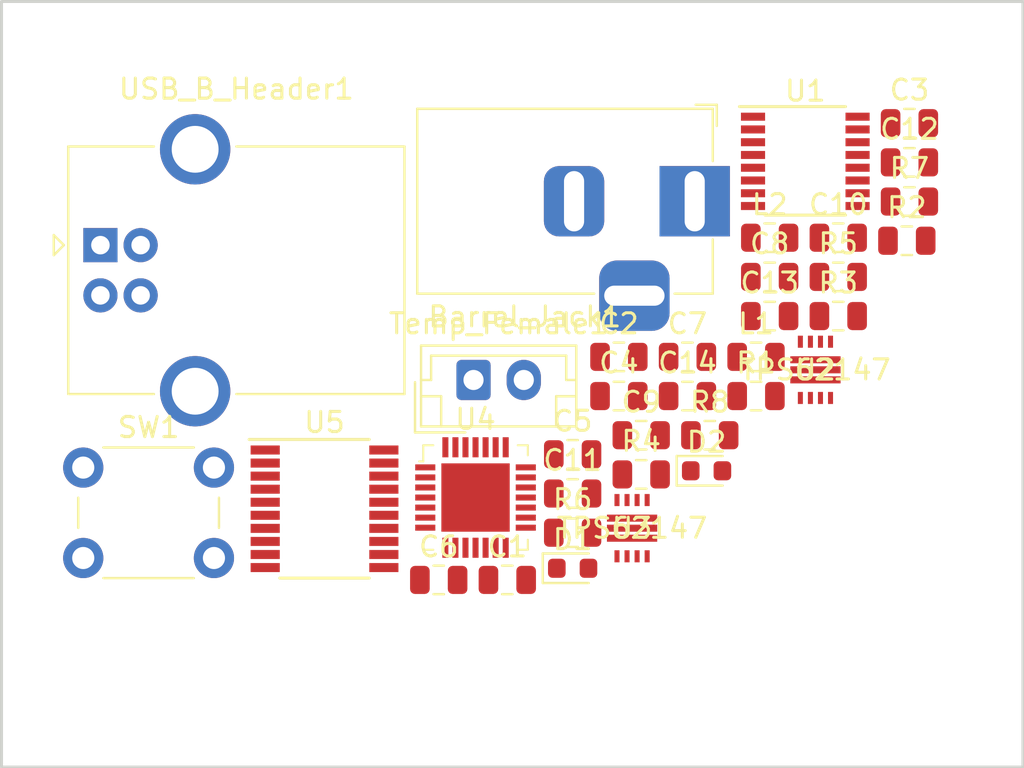
<source format=kicad_pcb>
(kicad_pcb (version 20171130) (host pcbnew 5.0.1)

  (general
    (thickness 1.6)
    (drawings 1)
    (tracks 0)
    (zones 0)
    (modules 35)
    (nets 57)
  )

  (page A4)
  (layers
    (0 F.Cu signal)
    (31 B.Cu signal)
    (32 B.Adhes user)
    (33 F.Adhes user)
    (34 B.Paste user)
    (35 F.Paste user)
    (36 B.SilkS user)
    (37 F.SilkS user)
    (38 B.Mask user)
    (39 F.Mask user)
    (40 Dwgs.User user)
    (41 Cmts.User user)
    (42 Eco1.User user)
    (43 Eco2.User user)
    (44 Edge.Cuts user)
    (45 Margin user)
    (46 B.CrtYd user)
    (47 F.CrtYd user)
    (48 B.Fab user)
    (49 F.Fab user)
  )

  (setup
    (last_trace_width 0.25)
    (trace_clearance 0.2)
    (zone_clearance 0.508)
    (zone_45_only no)
    (trace_min 0.2)
    (segment_width 0.2)
    (edge_width 0.15)
    (via_size 0.8)
    (via_drill 0.4)
    (via_min_size 0.4)
    (via_min_drill 0.3)
    (uvia_size 0.3)
    (uvia_drill 0.1)
    (uvias_allowed no)
    (uvia_min_size 0.2)
    (uvia_min_drill 0.1)
    (pcb_text_width 0.3)
    (pcb_text_size 1.5 1.5)
    (mod_edge_width 0.15)
    (mod_text_size 1 1)
    (mod_text_width 0.15)
    (pad_size 1.524 1.524)
    (pad_drill 0.762)
    (pad_to_mask_clearance 0.051)
    (solder_mask_min_width 0.25)
    (aux_axis_origin 0 0)
    (visible_elements FFFFFF7F)
    (pcbplotparams
      (layerselection 0x010fc_ffffffff)
      (usegerberextensions false)
      (usegerberattributes false)
      (usegerberadvancedattributes false)
      (creategerberjobfile false)
      (excludeedgelayer true)
      (linewidth 0.100000)
      (plotframeref false)
      (viasonmask false)
      (mode 1)
      (useauxorigin false)
      (hpglpennumber 1)
      (hpglpenspeed 20)
      (hpglpendiameter 15.000000)
      (psnegative false)
      (psa4output false)
      (plotreference true)
      (plotvalue true)
      (plotinvisibletext false)
      (padsonsilk false)
      (subtractmaskfromsilk false)
      (outputformat 1)
      (mirror false)
      (drillshape 1)
      (scaleselection 1)
      (outputdirectory ""))
  )

  (net 0 "")
  (net 1 +3V3)
  (net 2 GNDD)
  (net 3 +4V)
  (net 4 /D+)
  (net 5 /D-)
  (net 6 /~RST)
  (net 7 +5V)
  (net 8 "Net-(D1-Pad2)")
  (net 9 "Net-(D2-Pad2)")
  (net 10 /PCB_TX)
  (net 11 "Net-(U1-Pad2)")
  (net 12 /PCB_RX)
  (net 13 "Net-(U1-Pad6)")
  (net 14 /~TXLED)
  (net 15 "Net-(U1-Pad10)")
  (net 16 /~RXLED)
  (net 17 "Net-(U1-Pad15)")
  (net 18 "Net-(U1-Pad16)")
  (net 19 /1B)
  (net 20 /1A)
  (net 21 /2A)
  (net 22 /2B)
  (net 23 "Net-(USB_B_Header1-Pad1)")
  (net 24 /Vo,temp)
  (net 25 "Net-(C11-Pad1)")
  (net 26 /~MotorENABLE)
  (net 27 "Net-(C9-Pad2)")
  (net 28 "Net-(C9-Pad1)")
  (net 29 /VCP)
  (net 30 /MotorMS1)
  (net 31 /MotorMS2)
  (net 32 /MotorMS3)
  (net 33 /~MotorRESET)
  (net 34 /ROSC)
  (net 35 /~MotorSLEEP)
  (net 36 /MotorSTEP)
  (net 37 /MotorDIR)
  (net 38 /~MotorLABEL)
  (net 39 "Net-(R7-Pad1)")
  (net 40 "Net-(C3-Pad1)")
  (net 41 "Net-(C4-Pad1)")
  (net 42 "Net-(L1-Pad1)")
  (net 43 "Net-(L2-Pad1)")
  (net 44 "Net-(R1-Pad2)")
  (net 45 "Net-(R3-Pad2)")
  (net 46 "Net-(U4-Pad7)")
  (net 47 "Net-(U4-Pad20)")
  (net 48 "Net-(U4-Pad23)")
  (net 49 "Net-(U4-Pad25)")
  (net 50 "Net-(U4-Pad27)")
  (net 51 "Net-(U5-Pad5)")
  (net 52 "Net-(U5-Pad6)")
  (net 53 "Net-(U5-Pad7)")
  (net 54 "Net-(U5-Pad17)")
  (net 55 "Net-(U5-Pad18)")
  (net 56 "Net-(U5-Pad19)")

  (net_class Default "This is the default net class."
    (clearance 0.2)
    (trace_width 0.25)
    (via_dia 0.8)
    (via_drill 0.4)
    (uvia_dia 0.3)
    (uvia_drill 0.1)
    (add_net +3V3)
    (add_net +4V)
    (add_net +5V)
    (add_net /1A)
    (add_net /1B)
    (add_net /2A)
    (add_net /2B)
    (add_net /D+)
    (add_net /D-)
    (add_net /MotorDIR)
    (add_net /MotorMS1)
    (add_net /MotorMS2)
    (add_net /MotorMS3)
    (add_net /MotorSTEP)
    (add_net /PCB_RX)
    (add_net /PCB_TX)
    (add_net /ROSC)
    (add_net /VCP)
    (add_net /Vo,temp)
    (add_net /~MotorENABLE)
    (add_net /~MotorLABEL)
    (add_net /~MotorRESET)
    (add_net /~MotorSLEEP)
    (add_net /~RST)
    (add_net /~RXLED)
    (add_net /~TXLED)
    (add_net GNDD)
    (add_net "Net-(C11-Pad1)")
    (add_net "Net-(C3-Pad1)")
    (add_net "Net-(C4-Pad1)")
    (add_net "Net-(C9-Pad1)")
    (add_net "Net-(C9-Pad2)")
    (add_net "Net-(D1-Pad2)")
    (add_net "Net-(D2-Pad2)")
    (add_net "Net-(L1-Pad1)")
    (add_net "Net-(L2-Pad1)")
    (add_net "Net-(R1-Pad2)")
    (add_net "Net-(R3-Pad2)")
    (add_net "Net-(R7-Pad1)")
    (add_net "Net-(U1-Pad10)")
    (add_net "Net-(U1-Pad15)")
    (add_net "Net-(U1-Pad16)")
    (add_net "Net-(U1-Pad2)")
    (add_net "Net-(U1-Pad6)")
    (add_net "Net-(U4-Pad20)")
    (add_net "Net-(U4-Pad23)")
    (add_net "Net-(U4-Pad25)")
    (add_net "Net-(U4-Pad27)")
    (add_net "Net-(U4-Pad7)")
    (add_net "Net-(U5-Pad17)")
    (add_net "Net-(U5-Pad18)")
    (add_net "Net-(U5-Pad19)")
    (add_net "Net-(U5-Pad5)")
    (add_net "Net-(U5-Pad6)")
    (add_net "Net-(U5-Pad7)")
    (add_net "Net-(USB_B_Header1-Pad1)")
  )

  (module Connector_BarrelJack:BarrelJack_Horizontal (layer F.Cu) (tedit 5A1DBF6A) (tstamp 5C92E4C3)
    (at 161.475001 98.840001)
    (descr "DC Barrel Jack")
    (tags "Power Jack")
    (path /5C8B25DD)
    (fp_text reference Barrel_Jack1 (at -8.45 5.75) (layer F.SilkS)
      (effects (font (size 1 1) (thickness 0.15)))
    )
    (fp_text value BarrelJack (at -6.2 -5.5) (layer F.Fab)
      (effects (font (size 1 1) (thickness 0.15)))
    )
    (fp_text user %R (at -3 -2.95) (layer F.Fab)
      (effects (font (size 1 1) (thickness 0.15)))
    )
    (fp_line (start -0.003213 -4.505425) (end 0.8 -3.75) (layer F.Fab) (width 0.1))
    (fp_line (start 1.1 -3.75) (end 1.1 -4.8) (layer F.SilkS) (width 0.12))
    (fp_line (start 0.05 -4.8) (end 1.1 -4.8) (layer F.SilkS) (width 0.12))
    (fp_line (start 1 -4.5) (end 1 -4.75) (layer F.CrtYd) (width 0.05))
    (fp_line (start 1 -4.75) (end -14 -4.75) (layer F.CrtYd) (width 0.05))
    (fp_line (start 1 -4.5) (end 1 -2) (layer F.CrtYd) (width 0.05))
    (fp_line (start 1 -2) (end 2 -2) (layer F.CrtYd) (width 0.05))
    (fp_line (start 2 -2) (end 2 2) (layer F.CrtYd) (width 0.05))
    (fp_line (start 2 2) (end 1 2) (layer F.CrtYd) (width 0.05))
    (fp_line (start 1 2) (end 1 4.75) (layer F.CrtYd) (width 0.05))
    (fp_line (start 1 4.75) (end -1 4.75) (layer F.CrtYd) (width 0.05))
    (fp_line (start -1 4.75) (end -1 6.75) (layer F.CrtYd) (width 0.05))
    (fp_line (start -1 6.75) (end -5 6.75) (layer F.CrtYd) (width 0.05))
    (fp_line (start -5 6.75) (end -5 4.75) (layer F.CrtYd) (width 0.05))
    (fp_line (start -5 4.75) (end -14 4.75) (layer F.CrtYd) (width 0.05))
    (fp_line (start -14 4.75) (end -14 -4.75) (layer F.CrtYd) (width 0.05))
    (fp_line (start -5 4.6) (end -13.8 4.6) (layer F.SilkS) (width 0.12))
    (fp_line (start -13.8 4.6) (end -13.8 -4.6) (layer F.SilkS) (width 0.12))
    (fp_line (start 0.9 1.9) (end 0.9 4.6) (layer F.SilkS) (width 0.12))
    (fp_line (start 0.9 4.6) (end -1 4.6) (layer F.SilkS) (width 0.12))
    (fp_line (start -13.8 -4.6) (end 0.9 -4.6) (layer F.SilkS) (width 0.12))
    (fp_line (start 0.9 -4.6) (end 0.9 -2) (layer F.SilkS) (width 0.12))
    (fp_line (start -10.2 -4.5) (end -10.2 4.5) (layer F.Fab) (width 0.1))
    (fp_line (start -13.7 -4.5) (end -13.7 4.5) (layer F.Fab) (width 0.1))
    (fp_line (start -13.7 4.5) (end 0.8 4.5) (layer F.Fab) (width 0.1))
    (fp_line (start 0.8 4.5) (end 0.8 -3.75) (layer F.Fab) (width 0.1))
    (fp_line (start 0 -4.5) (end -13.7 -4.5) (layer F.Fab) (width 0.1))
    (pad 1 thru_hole rect (at 0 0) (size 3.5 3.5) (drill oval 1 3) (layers *.Cu *.Mask)
      (net 7 +5V))
    (pad 2 thru_hole roundrect (at -6 0) (size 3 3.5) (drill oval 1 3) (layers *.Cu *.Mask) (roundrect_rratio 0.25)
      (net 2 GNDD))
    (pad 3 thru_hole roundrect (at -3 4.7) (size 3.5 3.5) (drill oval 3 1) (layers *.Cu *.Mask) (roundrect_rratio 0.25))
    (model ${KISYS3DMOD}/Connector_BarrelJack.3dshapes/BarrelJack_Horizontal.wrl
      (at (xyz 0 0 0))
      (scale (xyz 1 1 1))
      (rotate (xyz 0 0 0))
    )
  )

  (module Capacitor_SMD:C_0805_2012Metric (layer F.Cu) (tedit 5B36C52B) (tstamp 5C92E4D4)
    (at 152.155001 117.685001)
    (descr "Capacitor SMD 0805 (2012 Metric), square (rectangular) end terminal, IPC_7351 nominal, (Body size source: https://docs.google.com/spreadsheets/d/1BsfQQcO9C6DZCsRaXUlFlo91Tg2WpOkGARC1WS5S8t0/edit?usp=sharing), generated with kicad-footprint-generator")
    (tags capacitor)
    (path /5C8CEC3C)
    (attr smd)
    (fp_text reference C1 (at 0 -1.65) (layer F.SilkS)
      (effects (font (size 1 1) (thickness 0.15)))
    )
    (fp_text value 10uF (at 0 1.65) (layer F.Fab)
      (effects (font (size 1 1) (thickness 0.15)))
    )
    (fp_text user %R (at 0 0) (layer F.Fab)
      (effects (font (size 0.5 0.5) (thickness 0.08)))
    )
    (fp_line (start 1.68 0.95) (end -1.68 0.95) (layer F.CrtYd) (width 0.05))
    (fp_line (start 1.68 -0.95) (end 1.68 0.95) (layer F.CrtYd) (width 0.05))
    (fp_line (start -1.68 -0.95) (end 1.68 -0.95) (layer F.CrtYd) (width 0.05))
    (fp_line (start -1.68 0.95) (end -1.68 -0.95) (layer F.CrtYd) (width 0.05))
    (fp_line (start -0.258578 0.71) (end 0.258578 0.71) (layer F.SilkS) (width 0.12))
    (fp_line (start -0.258578 -0.71) (end 0.258578 -0.71) (layer F.SilkS) (width 0.12))
    (fp_line (start 1 0.6) (end -1 0.6) (layer F.Fab) (width 0.1))
    (fp_line (start 1 -0.6) (end 1 0.6) (layer F.Fab) (width 0.1))
    (fp_line (start -1 -0.6) (end 1 -0.6) (layer F.Fab) (width 0.1))
    (fp_line (start -1 0.6) (end -1 -0.6) (layer F.Fab) (width 0.1))
    (pad 2 smd roundrect (at 0.9375 0) (size 0.975 1.4) (layers F.Cu F.Paste F.Mask) (roundrect_rratio 0.25)
      (net 2 GNDD))
    (pad 1 smd roundrect (at -0.9375 0) (size 0.975 1.4) (layers F.Cu F.Paste F.Mask) (roundrect_rratio 0.25)
      (net 7 +5V))
    (model ${KISYS3DMOD}/Capacitor_SMD.3dshapes/C_0805_2012Metric.wrl
      (at (xyz 0 0 0))
      (scale (xyz 1 1 1))
      (rotate (xyz 0 0 0))
    )
  )

  (module Capacitor_SMD:C_0805_2012Metric (layer F.Cu) (tedit 5B36C52B) (tstamp 5C92E4E5)
    (at 157.705001 106.585001)
    (descr "Capacitor SMD 0805 (2012 Metric), square (rectangular) end terminal, IPC_7351 nominal, (Body size source: https://docs.google.com/spreadsheets/d/1BsfQQcO9C6DZCsRaXUlFlo91Tg2WpOkGARC1WS5S8t0/edit?usp=sharing), generated with kicad-footprint-generator")
    (tags capacitor)
    (path /5C8E53A4)
    (attr smd)
    (fp_text reference C2 (at 0 -1.65) (layer F.SilkS)
      (effects (font (size 1 1) (thickness 0.15)))
    )
    (fp_text value 10uF (at 0 1.65) (layer F.Fab)
      (effects (font (size 1 1) (thickness 0.15)))
    )
    (fp_text user %R (at 0 0) (layer F.Fab)
      (effects (font (size 0.5 0.5) (thickness 0.08)))
    )
    (fp_line (start 1.68 0.95) (end -1.68 0.95) (layer F.CrtYd) (width 0.05))
    (fp_line (start 1.68 -0.95) (end 1.68 0.95) (layer F.CrtYd) (width 0.05))
    (fp_line (start -1.68 -0.95) (end 1.68 -0.95) (layer F.CrtYd) (width 0.05))
    (fp_line (start -1.68 0.95) (end -1.68 -0.95) (layer F.CrtYd) (width 0.05))
    (fp_line (start -0.258578 0.71) (end 0.258578 0.71) (layer F.SilkS) (width 0.12))
    (fp_line (start -0.258578 -0.71) (end 0.258578 -0.71) (layer F.SilkS) (width 0.12))
    (fp_line (start 1 0.6) (end -1 0.6) (layer F.Fab) (width 0.1))
    (fp_line (start 1 -0.6) (end 1 0.6) (layer F.Fab) (width 0.1))
    (fp_line (start -1 -0.6) (end 1 -0.6) (layer F.Fab) (width 0.1))
    (fp_line (start -1 0.6) (end -1 -0.6) (layer F.Fab) (width 0.1))
    (pad 2 smd roundrect (at 0.9375 0) (size 0.975 1.4) (layers F.Cu F.Paste F.Mask) (roundrect_rratio 0.25)
      (net 2 GNDD))
    (pad 1 smd roundrect (at -0.9375 0) (size 0.975 1.4) (layers F.Cu F.Paste F.Mask) (roundrect_rratio 0.25)
      (net 7 +5V))
    (model ${KISYS3DMOD}/Capacitor_SMD.3dshapes/C_0805_2012Metric.wrl
      (at (xyz 0 0 0))
      (scale (xyz 1 1 1))
      (rotate (xyz 0 0 0))
    )
  )

  (module Capacitor_SMD:C_0805_2012Metric (layer F.Cu) (tedit 5B36C52B) (tstamp 5C92E4F6)
    (at 172.155001 94.955001)
    (descr "Capacitor SMD 0805 (2012 Metric), square (rectangular) end terminal, IPC_7351 nominal, (Body size source: https://docs.google.com/spreadsheets/d/1BsfQQcO9C6DZCsRaXUlFlo91Tg2WpOkGARC1WS5S8t0/edit?usp=sharing), generated with kicad-footprint-generator")
    (tags capacitor)
    (path /5C98B84E)
    (attr smd)
    (fp_text reference C3 (at 0 -1.65) (layer F.SilkS)
      (effects (font (size 1 1) (thickness 0.15)))
    )
    (fp_text value 3.3uF (at 0 1.65) (layer F.Fab)
      (effects (font (size 1 1) (thickness 0.15)))
    )
    (fp_text user %R (at 0 0) (layer F.Fab)
      (effects (font (size 0.5 0.5) (thickness 0.08)))
    )
    (fp_line (start 1.68 0.95) (end -1.68 0.95) (layer F.CrtYd) (width 0.05))
    (fp_line (start 1.68 -0.95) (end 1.68 0.95) (layer F.CrtYd) (width 0.05))
    (fp_line (start -1.68 -0.95) (end 1.68 -0.95) (layer F.CrtYd) (width 0.05))
    (fp_line (start -1.68 0.95) (end -1.68 -0.95) (layer F.CrtYd) (width 0.05))
    (fp_line (start -0.258578 0.71) (end 0.258578 0.71) (layer F.SilkS) (width 0.12))
    (fp_line (start -0.258578 -0.71) (end 0.258578 -0.71) (layer F.SilkS) (width 0.12))
    (fp_line (start 1 0.6) (end -1 0.6) (layer F.Fab) (width 0.1))
    (fp_line (start 1 -0.6) (end 1 0.6) (layer F.Fab) (width 0.1))
    (fp_line (start -1 -0.6) (end 1 -0.6) (layer F.Fab) (width 0.1))
    (fp_line (start -1 0.6) (end -1 -0.6) (layer F.Fab) (width 0.1))
    (pad 2 smd roundrect (at 0.9375 0) (size 0.975 1.4) (layers F.Cu F.Paste F.Mask) (roundrect_rratio 0.25)
      (net 2 GNDD))
    (pad 1 smd roundrect (at -0.9375 0) (size 0.975 1.4) (layers F.Cu F.Paste F.Mask) (roundrect_rratio 0.25)
      (net 40 "Net-(C3-Pad1)"))
    (model ${KISYS3DMOD}/Capacitor_SMD.3dshapes/C_0805_2012Metric.wrl
      (at (xyz 0 0 0))
      (scale (xyz 1 1 1))
      (rotate (xyz 0 0 0))
    )
  )

  (module Capacitor_SMD:C_0805_2012Metric (layer F.Cu) (tedit 5B36C52B) (tstamp 5C92E507)
    (at 157.705001 108.535001)
    (descr "Capacitor SMD 0805 (2012 Metric), square (rectangular) end terminal, IPC_7351 nominal, (Body size source: https://docs.google.com/spreadsheets/d/1BsfQQcO9C6DZCsRaXUlFlo91Tg2WpOkGARC1WS5S8t0/edit?usp=sharing), generated with kicad-footprint-generator")
    (tags capacitor)
    (path /5C94BBCA)
    (attr smd)
    (fp_text reference C4 (at 0 -1.65) (layer F.SilkS)
      (effects (font (size 1 1) (thickness 0.15)))
    )
    (fp_text value 3.3uF (at 0 1.65) (layer F.Fab)
      (effects (font (size 1 1) (thickness 0.15)))
    )
    (fp_line (start -1 0.6) (end -1 -0.6) (layer F.Fab) (width 0.1))
    (fp_line (start -1 -0.6) (end 1 -0.6) (layer F.Fab) (width 0.1))
    (fp_line (start 1 -0.6) (end 1 0.6) (layer F.Fab) (width 0.1))
    (fp_line (start 1 0.6) (end -1 0.6) (layer F.Fab) (width 0.1))
    (fp_line (start -0.258578 -0.71) (end 0.258578 -0.71) (layer F.SilkS) (width 0.12))
    (fp_line (start -0.258578 0.71) (end 0.258578 0.71) (layer F.SilkS) (width 0.12))
    (fp_line (start -1.68 0.95) (end -1.68 -0.95) (layer F.CrtYd) (width 0.05))
    (fp_line (start -1.68 -0.95) (end 1.68 -0.95) (layer F.CrtYd) (width 0.05))
    (fp_line (start 1.68 -0.95) (end 1.68 0.95) (layer F.CrtYd) (width 0.05))
    (fp_line (start 1.68 0.95) (end -1.68 0.95) (layer F.CrtYd) (width 0.05))
    (fp_text user %R (at 0 0) (layer F.Fab)
      (effects (font (size 0.5 0.5) (thickness 0.08)))
    )
    (pad 1 smd roundrect (at -0.9375 0) (size 0.975 1.4) (layers F.Cu F.Paste F.Mask) (roundrect_rratio 0.25)
      (net 41 "Net-(C4-Pad1)"))
    (pad 2 smd roundrect (at 0.9375 0) (size 0.975 1.4) (layers F.Cu F.Paste F.Mask) (roundrect_rratio 0.25)
      (net 2 GNDD))
    (model ${KISYS3DMOD}/Capacitor_SMD.3dshapes/C_0805_2012Metric.wrl
      (at (xyz 0 0 0))
      (scale (xyz 1 1 1))
      (rotate (xyz 0 0 0))
    )
  )

  (module Capacitor_SMD:C_0805_2012Metric (layer F.Cu) (tedit 5B36C52B) (tstamp 5C92E518)
    (at 155.405001 111.435001)
    (descr "Capacitor SMD 0805 (2012 Metric), square (rectangular) end terminal, IPC_7351 nominal, (Body size source: https://docs.google.com/spreadsheets/d/1BsfQQcO9C6DZCsRaXUlFlo91Tg2WpOkGARC1WS5S8t0/edit?usp=sharing), generated with kicad-footprint-generator")
    (tags capacitor)
    (path /5C8D1374)
    (attr smd)
    (fp_text reference C5 (at 0 -1.65) (layer F.SilkS)
      (effects (font (size 1 1) (thickness 0.15)))
    )
    (fp_text value 2.2uF (at 0 1.65) (layer F.Fab)
      (effects (font (size 1 1) (thickness 0.15)))
    )
    (fp_line (start -1 0.6) (end -1 -0.6) (layer F.Fab) (width 0.1))
    (fp_line (start -1 -0.6) (end 1 -0.6) (layer F.Fab) (width 0.1))
    (fp_line (start 1 -0.6) (end 1 0.6) (layer F.Fab) (width 0.1))
    (fp_line (start 1 0.6) (end -1 0.6) (layer F.Fab) (width 0.1))
    (fp_line (start -0.258578 -0.71) (end 0.258578 -0.71) (layer F.SilkS) (width 0.12))
    (fp_line (start -0.258578 0.71) (end 0.258578 0.71) (layer F.SilkS) (width 0.12))
    (fp_line (start -1.68 0.95) (end -1.68 -0.95) (layer F.CrtYd) (width 0.05))
    (fp_line (start -1.68 -0.95) (end 1.68 -0.95) (layer F.CrtYd) (width 0.05))
    (fp_line (start 1.68 -0.95) (end 1.68 0.95) (layer F.CrtYd) (width 0.05))
    (fp_line (start 1.68 0.95) (end -1.68 0.95) (layer F.CrtYd) (width 0.05))
    (fp_text user %R (at 0 0) (layer F.Fab)
      (effects (font (size 0.5 0.5) (thickness 0.08)))
    )
    (pad 1 smd roundrect (at -0.9375 0) (size 0.975 1.4) (layers F.Cu F.Paste F.Mask) (roundrect_rratio 0.25)
      (net 3 +4V))
    (pad 2 smd roundrect (at 0.9375 0) (size 0.975 1.4) (layers F.Cu F.Paste F.Mask) (roundrect_rratio 0.25)
      (net 2 GNDD))
    (model ${KISYS3DMOD}/Capacitor_SMD.3dshapes/C_0805_2012Metric.wrl
      (at (xyz 0 0 0))
      (scale (xyz 1 1 1))
      (rotate (xyz 0 0 0))
    )
  )

  (module Capacitor_SMD:C_0805_2012Metric (layer F.Cu) (tedit 5B36C52B) (tstamp 5C92E529)
    (at 148.745001 117.685001)
    (descr "Capacitor SMD 0805 (2012 Metric), square (rectangular) end terminal, IPC_7351 nominal, (Body size source: https://docs.google.com/spreadsheets/d/1BsfQQcO9C6DZCsRaXUlFlo91Tg2WpOkGARC1WS5S8t0/edit?usp=sharing), generated with kicad-footprint-generator")
    (tags capacitor)
    (path /5C8E53D8)
    (attr smd)
    (fp_text reference C6 (at 0 -1.65) (layer F.SilkS)
      (effects (font (size 1 1) (thickness 0.15)))
    )
    (fp_text value 2.2uF (at 0 1.65) (layer F.Fab)
      (effects (font (size 1 1) (thickness 0.15)))
    )
    (fp_text user %R (at 0 0) (layer F.Fab)
      (effects (font (size 0.5 0.5) (thickness 0.08)))
    )
    (fp_line (start 1.68 0.95) (end -1.68 0.95) (layer F.CrtYd) (width 0.05))
    (fp_line (start 1.68 -0.95) (end 1.68 0.95) (layer F.CrtYd) (width 0.05))
    (fp_line (start -1.68 -0.95) (end 1.68 -0.95) (layer F.CrtYd) (width 0.05))
    (fp_line (start -1.68 0.95) (end -1.68 -0.95) (layer F.CrtYd) (width 0.05))
    (fp_line (start -0.258578 0.71) (end 0.258578 0.71) (layer F.SilkS) (width 0.12))
    (fp_line (start -0.258578 -0.71) (end 0.258578 -0.71) (layer F.SilkS) (width 0.12))
    (fp_line (start 1 0.6) (end -1 0.6) (layer F.Fab) (width 0.1))
    (fp_line (start 1 -0.6) (end 1 0.6) (layer F.Fab) (width 0.1))
    (fp_line (start -1 -0.6) (end 1 -0.6) (layer F.Fab) (width 0.1))
    (fp_line (start -1 0.6) (end -1 -0.6) (layer F.Fab) (width 0.1))
    (pad 2 smd roundrect (at 0.9375 0) (size 0.975 1.4) (layers F.Cu F.Paste F.Mask) (roundrect_rratio 0.25)
      (net 2 GNDD))
    (pad 1 smd roundrect (at -0.9375 0) (size 0.975 1.4) (layers F.Cu F.Paste F.Mask) (roundrect_rratio 0.25)
      (net 1 +3V3))
    (model ${KISYS3DMOD}/Capacitor_SMD.3dshapes/C_0805_2012Metric.wrl
      (at (xyz 0 0 0))
      (scale (xyz 1 1 1))
      (rotate (xyz 0 0 0))
    )
  )

  (module Capacitor_SMD:C_0805_2012Metric (layer F.Cu) (tedit 5B36C52B) (tstamp 5C92E53A)
    (at 161.115001 106.585001)
    (descr "Capacitor SMD 0805 (2012 Metric), square (rectangular) end terminal, IPC_7351 nominal, (Body size source: https://docs.google.com/spreadsheets/d/1BsfQQcO9C6DZCsRaXUlFlo91Tg2WpOkGARC1WS5S8t0/edit?usp=sharing), generated with kicad-footprint-generator")
    (tags capacitor)
    (path /5CF9A506)
    (attr smd)
    (fp_text reference C7 (at 0 -1.65) (layer F.SilkS)
      (effects (font (size 1 1) (thickness 0.15)))
    )
    (fp_text value 10uF (at 0 1.65) (layer F.Fab)
      (effects (font (size 1 1) (thickness 0.15)))
    )
    (fp_line (start -1 0.6) (end -1 -0.6) (layer F.Fab) (width 0.1))
    (fp_line (start -1 -0.6) (end 1 -0.6) (layer F.Fab) (width 0.1))
    (fp_line (start 1 -0.6) (end 1 0.6) (layer F.Fab) (width 0.1))
    (fp_line (start 1 0.6) (end -1 0.6) (layer F.Fab) (width 0.1))
    (fp_line (start -0.258578 -0.71) (end 0.258578 -0.71) (layer F.SilkS) (width 0.12))
    (fp_line (start -0.258578 0.71) (end 0.258578 0.71) (layer F.SilkS) (width 0.12))
    (fp_line (start -1.68 0.95) (end -1.68 -0.95) (layer F.CrtYd) (width 0.05))
    (fp_line (start -1.68 -0.95) (end 1.68 -0.95) (layer F.CrtYd) (width 0.05))
    (fp_line (start 1.68 -0.95) (end 1.68 0.95) (layer F.CrtYd) (width 0.05))
    (fp_line (start 1.68 0.95) (end -1.68 0.95) (layer F.CrtYd) (width 0.05))
    (fp_text user %R (at 0 0) (layer F.Fab)
      (effects (font (size 0.5 0.5) (thickness 0.08)))
    )
    (pad 1 smd roundrect (at -0.9375 0) (size 0.975 1.4) (layers F.Cu F.Paste F.Mask) (roundrect_rratio 0.25)
      (net 1 +3V3))
    (pad 2 smd roundrect (at 0.9375 0) (size 0.975 1.4) (layers F.Cu F.Paste F.Mask) (roundrect_rratio 0.25)
      (net 2 GNDD))
    (model ${KISYS3DMOD}/Capacitor_SMD.3dshapes/C_0805_2012Metric.wrl
      (at (xyz 0 0 0))
      (scale (xyz 1 1 1))
      (rotate (xyz 0 0 0))
    )
  )

  (module Capacitor_SMD:C_0805_2012Metric (layer F.Cu) (tedit 5B36C52B) (tstamp 5C92E54B)
    (at 165.205001 102.605001)
    (descr "Capacitor SMD 0805 (2012 Metric), square (rectangular) end terminal, IPC_7351 nominal, (Body size source: https://docs.google.com/spreadsheets/d/1BsfQQcO9C6DZCsRaXUlFlo91Tg2WpOkGARC1WS5S8t0/edit?usp=sharing), generated with kicad-footprint-generator")
    (tags capacitor)
    (path /5CF9A697)
    (attr smd)
    (fp_text reference C8 (at 0 -1.65) (layer F.SilkS)
      (effects (font (size 1 1) (thickness 0.15)))
    )
    (fp_text value 0.1uF (at 0 1.65) (layer F.Fab)
      (effects (font (size 1 1) (thickness 0.15)))
    )
    (fp_line (start -1 0.6) (end -1 -0.6) (layer F.Fab) (width 0.1))
    (fp_line (start -1 -0.6) (end 1 -0.6) (layer F.Fab) (width 0.1))
    (fp_line (start 1 -0.6) (end 1 0.6) (layer F.Fab) (width 0.1))
    (fp_line (start 1 0.6) (end -1 0.6) (layer F.Fab) (width 0.1))
    (fp_line (start -0.258578 -0.71) (end 0.258578 -0.71) (layer F.SilkS) (width 0.12))
    (fp_line (start -0.258578 0.71) (end 0.258578 0.71) (layer F.SilkS) (width 0.12))
    (fp_line (start -1.68 0.95) (end -1.68 -0.95) (layer F.CrtYd) (width 0.05))
    (fp_line (start -1.68 -0.95) (end 1.68 -0.95) (layer F.CrtYd) (width 0.05))
    (fp_line (start 1.68 -0.95) (end 1.68 0.95) (layer F.CrtYd) (width 0.05))
    (fp_line (start 1.68 0.95) (end -1.68 0.95) (layer F.CrtYd) (width 0.05))
    (fp_text user %R (at 0 0) (layer F.Fab)
      (effects (font (size 0.5 0.5) (thickness 0.08)))
    )
    (pad 1 smd roundrect (at -0.9375 0) (size 0.975 1.4) (layers F.Cu F.Paste F.Mask) (roundrect_rratio 0.25)
      (net 2 GNDD))
    (pad 2 smd roundrect (at 0.9375 0) (size 0.975 1.4) (layers F.Cu F.Paste F.Mask) (roundrect_rratio 0.25)
      (net 1 +3V3))
    (model ${KISYS3DMOD}/Capacitor_SMD.3dshapes/C_0805_2012Metric.wrl
      (at (xyz 0 0 0))
      (scale (xyz 1 1 1))
      (rotate (xyz 0 0 0))
    )
  )

  (module Capacitor_SMD:C_0805_2012Metric (layer F.Cu) (tedit 5B36C52B) (tstamp 5C92E55C)
    (at 158.815001 110.485001)
    (descr "Capacitor SMD 0805 (2012 Metric), square (rectangular) end terminal, IPC_7351 nominal, (Body size source: https://docs.google.com/spreadsheets/d/1BsfQQcO9C6DZCsRaXUlFlo91Tg2WpOkGARC1WS5S8t0/edit?usp=sharing), generated with kicad-footprint-generator")
    (tags capacitor)
    (path /5CCB8420)
    (attr smd)
    (fp_text reference C9 (at 0 -1.65) (layer F.SilkS)
      (effects (font (size 1 1) (thickness 0.15)))
    )
    (fp_text value 0.1uF (at 0 1.65) (layer F.Fab)
      (effects (font (size 1 1) (thickness 0.15)))
    )
    (fp_line (start -1 0.6) (end -1 -0.6) (layer F.Fab) (width 0.1))
    (fp_line (start -1 -0.6) (end 1 -0.6) (layer F.Fab) (width 0.1))
    (fp_line (start 1 -0.6) (end 1 0.6) (layer F.Fab) (width 0.1))
    (fp_line (start 1 0.6) (end -1 0.6) (layer F.Fab) (width 0.1))
    (fp_line (start -0.258578 -0.71) (end 0.258578 -0.71) (layer F.SilkS) (width 0.12))
    (fp_line (start -0.258578 0.71) (end 0.258578 0.71) (layer F.SilkS) (width 0.12))
    (fp_line (start -1.68 0.95) (end -1.68 -0.95) (layer F.CrtYd) (width 0.05))
    (fp_line (start -1.68 -0.95) (end 1.68 -0.95) (layer F.CrtYd) (width 0.05))
    (fp_line (start 1.68 -0.95) (end 1.68 0.95) (layer F.CrtYd) (width 0.05))
    (fp_line (start 1.68 0.95) (end -1.68 0.95) (layer F.CrtYd) (width 0.05))
    (fp_text user %R (at 0 0) (layer F.Fab)
      (effects (font (size 0.5 0.5) (thickness 0.08)))
    )
    (pad 1 smd roundrect (at -0.9375 0) (size 0.975 1.4) (layers F.Cu F.Paste F.Mask) (roundrect_rratio 0.25)
      (net 28 "Net-(C9-Pad1)"))
    (pad 2 smd roundrect (at 0.9375 0) (size 0.975 1.4) (layers F.Cu F.Paste F.Mask) (roundrect_rratio 0.25)
      (net 27 "Net-(C9-Pad2)"))
    (model ${KISYS3DMOD}/Capacitor_SMD.3dshapes/C_0805_2012Metric.wrl
      (at (xyz 0 0 0))
      (scale (xyz 1 1 1))
      (rotate (xyz 0 0 0))
    )
  )

  (module Capacitor_SMD:C_0805_2012Metric (layer F.Cu) (tedit 5B36C52B) (tstamp 5C92E56D)
    (at 168.615001 100.655001)
    (descr "Capacitor SMD 0805 (2012 Metric), square (rectangular) end terminal, IPC_7351 nominal, (Body size source: https://docs.google.com/spreadsheets/d/1BsfQQcO9C6DZCsRaXUlFlo91Tg2WpOkGARC1WS5S8t0/edit?usp=sharing), generated with kicad-footprint-generator")
    (tags capacitor)
    (path /5CEB9D72)
    (attr smd)
    (fp_text reference C10 (at 0 -1.65) (layer F.SilkS)
      (effects (font (size 1 1) (thickness 0.15)))
    )
    (fp_text value 0.1uF (at 0 1.65) (layer F.Fab)
      (effects (font (size 1 1) (thickness 0.15)))
    )
    (fp_text user %R (at 0 0) (layer F.Fab)
      (effects (font (size 0.5 0.5) (thickness 0.08)))
    )
    (fp_line (start 1.68 0.95) (end -1.68 0.95) (layer F.CrtYd) (width 0.05))
    (fp_line (start 1.68 -0.95) (end 1.68 0.95) (layer F.CrtYd) (width 0.05))
    (fp_line (start -1.68 -0.95) (end 1.68 -0.95) (layer F.CrtYd) (width 0.05))
    (fp_line (start -1.68 0.95) (end -1.68 -0.95) (layer F.CrtYd) (width 0.05))
    (fp_line (start -0.258578 0.71) (end 0.258578 0.71) (layer F.SilkS) (width 0.12))
    (fp_line (start -0.258578 -0.71) (end 0.258578 -0.71) (layer F.SilkS) (width 0.12))
    (fp_line (start 1 0.6) (end -1 0.6) (layer F.Fab) (width 0.1))
    (fp_line (start 1 -0.6) (end 1 0.6) (layer F.Fab) (width 0.1))
    (fp_line (start -1 -0.6) (end 1 -0.6) (layer F.Fab) (width 0.1))
    (fp_line (start -1 0.6) (end -1 -0.6) (layer F.Fab) (width 0.1))
    (pad 2 smd roundrect (at 0.9375 0) (size 0.975 1.4) (layers F.Cu F.Paste F.Mask) (roundrect_rratio 0.25)
      (net 2 GNDD))
    (pad 1 smd roundrect (at -0.9375 0) (size 0.975 1.4) (layers F.Cu F.Paste F.Mask) (roundrect_rratio 0.25)
      (net 3 +4V))
    (model ${KISYS3DMOD}/Capacitor_SMD.3dshapes/C_0805_2012Metric.wrl
      (at (xyz 0 0 0))
      (scale (xyz 1 1 1))
      (rotate (xyz 0 0 0))
    )
  )

  (module Capacitor_SMD:C_0805_2012Metric (layer F.Cu) (tedit 5B36C52B) (tstamp 5C92E57E)
    (at 155.405001 113.385001)
    (descr "Capacitor SMD 0805 (2012 Metric), square (rectangular) end terminal, IPC_7351 nominal, (Body size source: https://docs.google.com/spreadsheets/d/1BsfQQcO9C6DZCsRaXUlFlo91Tg2WpOkGARC1WS5S8t0/edit?usp=sharing), generated with kicad-footprint-generator")
    (tags capacitor)
    (path /5CD0A6C1)
    (attr smd)
    (fp_text reference C11 (at 0 -1.65) (layer F.SilkS)
      (effects (font (size 1 1) (thickness 0.15)))
    )
    (fp_text value 0.22uF (at 0 1.65) (layer F.Fab)
      (effects (font (size 1 1) (thickness 0.15)))
    )
    (fp_text user %R (at 0 0) (layer F.Fab)
      (effects (font (size 0.5 0.5) (thickness 0.08)))
    )
    (fp_line (start 1.68 0.95) (end -1.68 0.95) (layer F.CrtYd) (width 0.05))
    (fp_line (start 1.68 -0.95) (end 1.68 0.95) (layer F.CrtYd) (width 0.05))
    (fp_line (start -1.68 -0.95) (end 1.68 -0.95) (layer F.CrtYd) (width 0.05))
    (fp_line (start -1.68 0.95) (end -1.68 -0.95) (layer F.CrtYd) (width 0.05))
    (fp_line (start -0.258578 0.71) (end 0.258578 0.71) (layer F.SilkS) (width 0.12))
    (fp_line (start -0.258578 -0.71) (end 0.258578 -0.71) (layer F.SilkS) (width 0.12))
    (fp_line (start 1 0.6) (end -1 0.6) (layer F.Fab) (width 0.1))
    (fp_line (start 1 -0.6) (end 1 0.6) (layer F.Fab) (width 0.1))
    (fp_line (start -1 -0.6) (end 1 -0.6) (layer F.Fab) (width 0.1))
    (fp_line (start -1 0.6) (end -1 -0.6) (layer F.Fab) (width 0.1))
    (pad 2 smd roundrect (at 0.9375 0) (size 0.975 1.4) (layers F.Cu F.Paste F.Mask) (roundrect_rratio 0.25)
      (net 2 GNDD))
    (pad 1 smd roundrect (at -0.9375 0) (size 0.975 1.4) (layers F.Cu F.Paste F.Mask) (roundrect_rratio 0.25)
      (net 25 "Net-(C11-Pad1)"))
    (model ${KISYS3DMOD}/Capacitor_SMD.3dshapes/C_0805_2012Metric.wrl
      (at (xyz 0 0 0))
      (scale (xyz 1 1 1))
      (rotate (xyz 0 0 0))
    )
  )

  (module Capacitor_SMD:C_0805_2012Metric (layer F.Cu) (tedit 5B36C52B) (tstamp 5C92E58F)
    (at 172.155001 96.905001)
    (descr "Capacitor SMD 0805 (2012 Metric), square (rectangular) end terminal, IPC_7351 nominal, (Body size source: https://docs.google.com/spreadsheets/d/1BsfQQcO9C6DZCsRaXUlFlo91Tg2WpOkGARC1WS5S8t0/edit?usp=sharing), generated with kicad-footprint-generator")
    (tags capacitor)
    (path /5CF4EF56)
    (attr smd)
    (fp_text reference C12 (at 0 -1.65) (layer F.SilkS)
      (effects (font (size 1 1) (thickness 0.15)))
    )
    (fp_text value 1uF (at 0 1.65) (layer F.Fab)
      (effects (font (size 1 1) (thickness 0.15)))
    )
    (fp_text user %R (at 0 0) (layer F.Fab)
      (effects (font (size 0.5 0.5) (thickness 0.08)))
    )
    (fp_line (start 1.68 0.95) (end -1.68 0.95) (layer F.CrtYd) (width 0.05))
    (fp_line (start 1.68 -0.95) (end 1.68 0.95) (layer F.CrtYd) (width 0.05))
    (fp_line (start -1.68 -0.95) (end 1.68 -0.95) (layer F.CrtYd) (width 0.05))
    (fp_line (start -1.68 0.95) (end -1.68 -0.95) (layer F.CrtYd) (width 0.05))
    (fp_line (start -0.258578 0.71) (end 0.258578 0.71) (layer F.SilkS) (width 0.12))
    (fp_line (start -0.258578 -0.71) (end 0.258578 -0.71) (layer F.SilkS) (width 0.12))
    (fp_line (start 1 0.6) (end -1 0.6) (layer F.Fab) (width 0.1))
    (fp_line (start 1 -0.6) (end 1 0.6) (layer F.Fab) (width 0.1))
    (fp_line (start -1 -0.6) (end 1 -0.6) (layer F.Fab) (width 0.1))
    (fp_line (start -1 0.6) (end -1 -0.6) (layer F.Fab) (width 0.1))
    (pad 2 smd roundrect (at 0.9375 0) (size 0.975 1.4) (layers F.Cu F.Paste F.Mask) (roundrect_rratio 0.25)
      (net 29 /VCP))
    (pad 1 smd roundrect (at -0.9375 0) (size 0.975 1.4) (layers F.Cu F.Paste F.Mask) (roundrect_rratio 0.25)
      (net 3 +4V))
    (model ${KISYS3DMOD}/Capacitor_SMD.3dshapes/C_0805_2012Metric.wrl
      (at (xyz 0 0 0))
      (scale (xyz 1 1 1))
      (rotate (xyz 0 0 0))
    )
  )

  (module Capacitor_SMD:C_0805_2012Metric (layer F.Cu) (tedit 5B36C52B) (tstamp 5C92E5A0)
    (at 165.205001 104.555001)
    (descr "Capacitor SMD 0805 (2012 Metric), square (rectangular) end terminal, IPC_7351 nominal, (Body size source: https://docs.google.com/spreadsheets/d/1BsfQQcO9C6DZCsRaXUlFlo91Tg2WpOkGARC1WS5S8t0/edit?usp=sharing), generated with kicad-footprint-generator")
    (tags capacitor)
    (path /5CD8EC7B)
    (attr smd)
    (fp_text reference C13 (at 0 -1.65) (layer F.SilkS)
      (effects (font (size 1 1) (thickness 0.15)))
    )
    (fp_text value 10uF (at 0 1.65) (layer F.Fab)
      (effects (font (size 1 1) (thickness 0.15)))
    )
    (fp_line (start -1 0.6) (end -1 -0.6) (layer F.Fab) (width 0.1))
    (fp_line (start -1 -0.6) (end 1 -0.6) (layer F.Fab) (width 0.1))
    (fp_line (start 1 -0.6) (end 1 0.6) (layer F.Fab) (width 0.1))
    (fp_line (start 1 0.6) (end -1 0.6) (layer F.Fab) (width 0.1))
    (fp_line (start -0.258578 -0.71) (end 0.258578 -0.71) (layer F.SilkS) (width 0.12))
    (fp_line (start -0.258578 0.71) (end 0.258578 0.71) (layer F.SilkS) (width 0.12))
    (fp_line (start -1.68 0.95) (end -1.68 -0.95) (layer F.CrtYd) (width 0.05))
    (fp_line (start -1.68 -0.95) (end 1.68 -0.95) (layer F.CrtYd) (width 0.05))
    (fp_line (start 1.68 -0.95) (end 1.68 0.95) (layer F.CrtYd) (width 0.05))
    (fp_line (start 1.68 0.95) (end -1.68 0.95) (layer F.CrtYd) (width 0.05))
    (fp_text user %R (at 0 0) (layer F.Fab)
      (effects (font (size 0.5 0.5) (thickness 0.08)))
    )
    (pad 1 smd roundrect (at -0.9375 0) (size 0.975 1.4) (layers F.Cu F.Paste F.Mask) (roundrect_rratio 0.25)
      (net 3 +4V))
    (pad 2 smd roundrect (at 0.9375 0) (size 0.975 1.4) (layers F.Cu F.Paste F.Mask) (roundrect_rratio 0.25)
      (net 2 GNDD))
    (model ${KISYS3DMOD}/Capacitor_SMD.3dshapes/C_0805_2012Metric.wrl
      (at (xyz 0 0 0))
      (scale (xyz 1 1 1))
      (rotate (xyz 0 0 0))
    )
  )

  (module Capacitor_SMD:C_0805_2012Metric (layer F.Cu) (tedit 5B36C52B) (tstamp 5C92E5B1)
    (at 161.115001 108.535001)
    (descr "Capacitor SMD 0805 (2012 Metric), square (rectangular) end terminal, IPC_7351 nominal, (Body size source: https://docs.google.com/spreadsheets/d/1BsfQQcO9C6DZCsRaXUlFlo91Tg2WpOkGARC1WS5S8t0/edit?usp=sharing), generated with kicad-footprint-generator")
    (tags capacitor)
    (path /5CEC303C)
    (attr smd)
    (fp_text reference C14 (at 0 -1.65) (layer F.SilkS)
      (effects (font (size 1 1) (thickness 0.15)))
    )
    (fp_text value 0.1uF (at 0 1.65) (layer F.Fab)
      (effects (font (size 1 1) (thickness 0.15)))
    )
    (fp_line (start -1 0.6) (end -1 -0.6) (layer F.Fab) (width 0.1))
    (fp_line (start -1 -0.6) (end 1 -0.6) (layer F.Fab) (width 0.1))
    (fp_line (start 1 -0.6) (end 1 0.6) (layer F.Fab) (width 0.1))
    (fp_line (start 1 0.6) (end -1 0.6) (layer F.Fab) (width 0.1))
    (fp_line (start -0.258578 -0.71) (end 0.258578 -0.71) (layer F.SilkS) (width 0.12))
    (fp_line (start -0.258578 0.71) (end 0.258578 0.71) (layer F.SilkS) (width 0.12))
    (fp_line (start -1.68 0.95) (end -1.68 -0.95) (layer F.CrtYd) (width 0.05))
    (fp_line (start -1.68 -0.95) (end 1.68 -0.95) (layer F.CrtYd) (width 0.05))
    (fp_line (start 1.68 -0.95) (end 1.68 0.95) (layer F.CrtYd) (width 0.05))
    (fp_line (start 1.68 0.95) (end -1.68 0.95) (layer F.CrtYd) (width 0.05))
    (fp_text user %R (at 0 0) (layer F.Fab)
      (effects (font (size 0.5 0.5) (thickness 0.08)))
    )
    (pad 1 smd roundrect (at -0.9375 0) (size 0.975 1.4) (layers F.Cu F.Paste F.Mask) (roundrect_rratio 0.25)
      (net 3 +4V))
    (pad 2 smd roundrect (at 0.9375 0) (size 0.975 1.4) (layers F.Cu F.Paste F.Mask) (roundrect_rratio 0.25)
      (net 2 GNDD))
    (model ${KISYS3DMOD}/Capacitor_SMD.3dshapes/C_0805_2012Metric.wrl
      (at (xyz 0 0 0))
      (scale (xyz 1 1 1))
      (rotate (xyz 0 0 0))
    )
  )

  (module LED_SMD:LED_0603_1608Metric (layer F.Cu) (tedit 5B301BBE) (tstamp 5C92E5C4)
    (at 155.405001 117.105001)
    (descr "LED SMD 0603 (1608 Metric), square (rectangular) end terminal, IPC_7351 nominal, (Body size source: http://www.tortai-tech.com/upload/download/2011102023233369053.pdf), generated with kicad-footprint-generator")
    (tags diode)
    (path /5C8E8596)
    (attr smd)
    (fp_text reference D1 (at 0 -1.43) (layer F.SilkS)
      (effects (font (size 1 1) (thickness 0.15)))
    )
    (fp_text value RXLED (at 0 1.43) (layer F.Fab)
      (effects (font (size 1 1) (thickness 0.15)))
    )
    (fp_line (start 0.8 -0.4) (end -0.5 -0.4) (layer F.Fab) (width 0.1))
    (fp_line (start -0.5 -0.4) (end -0.8 -0.1) (layer F.Fab) (width 0.1))
    (fp_line (start -0.8 -0.1) (end -0.8 0.4) (layer F.Fab) (width 0.1))
    (fp_line (start -0.8 0.4) (end 0.8 0.4) (layer F.Fab) (width 0.1))
    (fp_line (start 0.8 0.4) (end 0.8 -0.4) (layer F.Fab) (width 0.1))
    (fp_line (start 0.8 -0.735) (end -1.485 -0.735) (layer F.SilkS) (width 0.12))
    (fp_line (start -1.485 -0.735) (end -1.485 0.735) (layer F.SilkS) (width 0.12))
    (fp_line (start -1.485 0.735) (end 0.8 0.735) (layer F.SilkS) (width 0.12))
    (fp_line (start -1.48 0.73) (end -1.48 -0.73) (layer F.CrtYd) (width 0.05))
    (fp_line (start -1.48 -0.73) (end 1.48 -0.73) (layer F.CrtYd) (width 0.05))
    (fp_line (start 1.48 -0.73) (end 1.48 0.73) (layer F.CrtYd) (width 0.05))
    (fp_line (start 1.48 0.73) (end -1.48 0.73) (layer F.CrtYd) (width 0.05))
    (fp_text user %R (at 0 0) (layer F.Fab)
      (effects (font (size 0.4 0.4) (thickness 0.06)))
    )
    (pad 1 smd roundrect (at -0.7875 0) (size 0.875 0.95) (layers F.Cu F.Paste F.Mask) (roundrect_rratio 0.25)
      (net 16 /~RXLED))
    (pad 2 smd roundrect (at 0.7875 0) (size 0.875 0.95) (layers F.Cu F.Paste F.Mask) (roundrect_rratio 0.25)
      (net 8 "Net-(D1-Pad2)"))
    (model ${KISYS3DMOD}/LED_SMD.3dshapes/LED_0603_1608Metric.wrl
      (at (xyz 0 0 0))
      (scale (xyz 1 1 1))
      (rotate (xyz 0 0 0))
    )
  )

  (module LED_SMD:LED_0603_1608Metric (layer F.Cu) (tedit 5B301BBE) (tstamp 5C92E5D7)
    (at 162.065001 112.255001)
    (descr "LED SMD 0603 (1608 Metric), square (rectangular) end terminal, IPC_7351 nominal, (Body size source: http://www.tortai-tech.com/upload/download/2011102023233369053.pdf), generated with kicad-footprint-generator")
    (tags diode)
    (path /5C8E85F7)
    (attr smd)
    (fp_text reference D2 (at 0 -1.43) (layer F.SilkS)
      (effects (font (size 1 1) (thickness 0.15)))
    )
    (fp_text value TXLED (at 0 1.43) (layer F.Fab)
      (effects (font (size 1 1) (thickness 0.15)))
    )
    (fp_text user %R (at 0 0) (layer F.Fab)
      (effects (font (size 0.4 0.4) (thickness 0.06)))
    )
    (fp_line (start 1.48 0.73) (end -1.48 0.73) (layer F.CrtYd) (width 0.05))
    (fp_line (start 1.48 -0.73) (end 1.48 0.73) (layer F.CrtYd) (width 0.05))
    (fp_line (start -1.48 -0.73) (end 1.48 -0.73) (layer F.CrtYd) (width 0.05))
    (fp_line (start -1.48 0.73) (end -1.48 -0.73) (layer F.CrtYd) (width 0.05))
    (fp_line (start -1.485 0.735) (end 0.8 0.735) (layer F.SilkS) (width 0.12))
    (fp_line (start -1.485 -0.735) (end -1.485 0.735) (layer F.SilkS) (width 0.12))
    (fp_line (start 0.8 -0.735) (end -1.485 -0.735) (layer F.SilkS) (width 0.12))
    (fp_line (start 0.8 0.4) (end 0.8 -0.4) (layer F.Fab) (width 0.1))
    (fp_line (start -0.8 0.4) (end 0.8 0.4) (layer F.Fab) (width 0.1))
    (fp_line (start -0.8 -0.1) (end -0.8 0.4) (layer F.Fab) (width 0.1))
    (fp_line (start -0.5 -0.4) (end -0.8 -0.1) (layer F.Fab) (width 0.1))
    (fp_line (start 0.8 -0.4) (end -0.5 -0.4) (layer F.Fab) (width 0.1))
    (pad 2 smd roundrect (at 0.7875 0) (size 0.875 0.95) (layers F.Cu F.Paste F.Mask) (roundrect_rratio 0.25)
      (net 9 "Net-(D2-Pad2)"))
    (pad 1 smd roundrect (at -0.7875 0) (size 0.875 0.95) (layers F.Cu F.Paste F.Mask) (roundrect_rratio 0.25)
      (net 14 /~TXLED))
    (model ${KISYS3DMOD}/LED_SMD.3dshapes/LED_0603_1608Metric.wrl
      (at (xyz 0 0 0))
      (scale (xyz 1 1 1))
      (rotate (xyz 0 0 0))
    )
  )

  (module Inductor_SMD:L_0805_2012Metric (layer F.Cu) (tedit 5B36C52B) (tstamp 5C92E5E8)
    (at 164.525001 106.585001)
    (descr "Inductor SMD 0805 (2012 Metric), square (rectangular) end terminal, IPC_7351 nominal, (Body size source: https://docs.google.com/spreadsheets/d/1BsfQQcO9C6DZCsRaXUlFlo91Tg2WpOkGARC1WS5S8t0/edit?usp=sharing), generated with kicad-footprint-generator")
    (tags inductor)
    (path /5C8CF613)
    (attr smd)
    (fp_text reference L1 (at 0 -1.65) (layer F.SilkS)
      (effects (font (size 1 1) (thickness 0.15)))
    )
    (fp_text value 1uH (at 0 1.65) (layer F.Fab)
      (effects (font (size 1 1) (thickness 0.15)))
    )
    (fp_line (start -1 0.6) (end -1 -0.6) (layer F.Fab) (width 0.1))
    (fp_line (start -1 -0.6) (end 1 -0.6) (layer F.Fab) (width 0.1))
    (fp_line (start 1 -0.6) (end 1 0.6) (layer F.Fab) (width 0.1))
    (fp_line (start 1 0.6) (end -1 0.6) (layer F.Fab) (width 0.1))
    (fp_line (start -0.258578 -0.71) (end 0.258578 -0.71) (layer F.SilkS) (width 0.12))
    (fp_line (start -0.258578 0.71) (end 0.258578 0.71) (layer F.SilkS) (width 0.12))
    (fp_line (start -1.68 0.95) (end -1.68 -0.95) (layer F.CrtYd) (width 0.05))
    (fp_line (start -1.68 -0.95) (end 1.68 -0.95) (layer F.CrtYd) (width 0.05))
    (fp_line (start 1.68 -0.95) (end 1.68 0.95) (layer F.CrtYd) (width 0.05))
    (fp_line (start 1.68 0.95) (end -1.68 0.95) (layer F.CrtYd) (width 0.05))
    (fp_text user %R (at 0 0) (layer F.Fab)
      (effects (font (size 0.5 0.5) (thickness 0.08)))
    )
    (pad 1 smd roundrect (at -0.9375 0) (size 0.975 1.4) (layers F.Cu F.Paste F.Mask) (roundrect_rratio 0.25)
      (net 42 "Net-(L1-Pad1)"))
    (pad 2 smd roundrect (at 0.9375 0) (size 0.975 1.4) (layers F.Cu F.Paste F.Mask) (roundrect_rratio 0.25)
      (net 3 +4V))
    (model ${KISYS3DMOD}/Inductor_SMD.3dshapes/L_0805_2012Metric.wrl
      (at (xyz 0 0 0))
      (scale (xyz 1 1 1))
      (rotate (xyz 0 0 0))
    )
  )

  (module Inductor_SMD:L_0805_2012Metric (layer F.Cu) (tedit 5B36C52B) (tstamp 5C92E5F9)
    (at 165.205001 100.655001)
    (descr "Inductor SMD 0805 (2012 Metric), square (rectangular) end terminal, IPC_7351 nominal, (Body size source: https://docs.google.com/spreadsheets/d/1BsfQQcO9C6DZCsRaXUlFlo91Tg2WpOkGARC1WS5S8t0/edit?usp=sharing), generated with kicad-footprint-generator")
    (tags inductor)
    (path /5C8E53B9)
    (attr smd)
    (fp_text reference L2 (at 0 -1.65) (layer F.SilkS)
      (effects (font (size 1 1) (thickness 0.15)))
    )
    (fp_text value 1uH (at 0 1.65) (layer F.Fab)
      (effects (font (size 1 1) (thickness 0.15)))
    )
    (fp_text user %R (at 0 0) (layer F.Fab)
      (effects (font (size 0.5 0.5) (thickness 0.08)))
    )
    (fp_line (start 1.68 0.95) (end -1.68 0.95) (layer F.CrtYd) (width 0.05))
    (fp_line (start 1.68 -0.95) (end 1.68 0.95) (layer F.CrtYd) (width 0.05))
    (fp_line (start -1.68 -0.95) (end 1.68 -0.95) (layer F.CrtYd) (width 0.05))
    (fp_line (start -1.68 0.95) (end -1.68 -0.95) (layer F.CrtYd) (width 0.05))
    (fp_line (start -0.258578 0.71) (end 0.258578 0.71) (layer F.SilkS) (width 0.12))
    (fp_line (start -0.258578 -0.71) (end 0.258578 -0.71) (layer F.SilkS) (width 0.12))
    (fp_line (start 1 0.6) (end -1 0.6) (layer F.Fab) (width 0.1))
    (fp_line (start 1 -0.6) (end 1 0.6) (layer F.Fab) (width 0.1))
    (fp_line (start -1 -0.6) (end 1 -0.6) (layer F.Fab) (width 0.1))
    (fp_line (start -1 0.6) (end -1 -0.6) (layer F.Fab) (width 0.1))
    (pad 2 smd roundrect (at 0.9375 0) (size 0.975 1.4) (layers F.Cu F.Paste F.Mask) (roundrect_rratio 0.25)
      (net 1 +3V3))
    (pad 1 smd roundrect (at -0.9375 0) (size 0.975 1.4) (layers F.Cu F.Paste F.Mask) (roundrect_rratio 0.25)
      (net 43 "Net-(L2-Pad1)"))
    (model ${KISYS3DMOD}/Inductor_SMD.3dshapes/L_0805_2012Metric.wrl
      (at (xyz 0 0 0))
      (scale (xyz 1 1 1))
      (rotate (xyz 0 0 0))
    )
  )

  (module Resistor_SMD:R_0805_2012Metric (layer F.Cu) (tedit 5B36C52B) (tstamp 5C92E60A)
    (at 164.525001 108.535001)
    (descr "Resistor SMD 0805 (2012 Metric), square (rectangular) end terminal, IPC_7351 nominal, (Body size source: https://docs.google.com/spreadsheets/d/1BsfQQcO9C6DZCsRaXUlFlo91Tg2WpOkGARC1WS5S8t0/edit?usp=sharing), generated with kicad-footprint-generator")
    (tags resistor)
    (path /5C8D0832)
    (attr smd)
    (fp_text reference R1 (at 0 -1.65) (layer F.SilkS)
      (effects (font (size 1 1) (thickness 0.15)))
    )
    (fp_text value 470k (at 0 1.65) (layer F.Fab)
      (effects (font (size 1 1) (thickness 0.15)))
    )
    (fp_line (start -1 0.6) (end -1 -0.6) (layer F.Fab) (width 0.1))
    (fp_line (start -1 -0.6) (end 1 -0.6) (layer F.Fab) (width 0.1))
    (fp_line (start 1 -0.6) (end 1 0.6) (layer F.Fab) (width 0.1))
    (fp_line (start 1 0.6) (end -1 0.6) (layer F.Fab) (width 0.1))
    (fp_line (start -0.258578 -0.71) (end 0.258578 -0.71) (layer F.SilkS) (width 0.12))
    (fp_line (start -0.258578 0.71) (end 0.258578 0.71) (layer F.SilkS) (width 0.12))
    (fp_line (start -1.68 0.95) (end -1.68 -0.95) (layer F.CrtYd) (width 0.05))
    (fp_line (start -1.68 -0.95) (end 1.68 -0.95) (layer F.CrtYd) (width 0.05))
    (fp_line (start 1.68 -0.95) (end 1.68 0.95) (layer F.CrtYd) (width 0.05))
    (fp_line (start 1.68 0.95) (end -1.68 0.95) (layer F.CrtYd) (width 0.05))
    (fp_text user %R (at 0 0) (layer F.Fab)
      (effects (font (size 0.5 0.5) (thickness 0.08)))
    )
    (pad 1 smd roundrect (at -0.9375 0) (size 0.975 1.4) (layers F.Cu F.Paste F.Mask) (roundrect_rratio 0.25)
      (net 3 +4V))
    (pad 2 smd roundrect (at 0.9375 0) (size 0.975 1.4) (layers F.Cu F.Paste F.Mask) (roundrect_rratio 0.25)
      (net 44 "Net-(R1-Pad2)"))
    (model ${KISYS3DMOD}/Resistor_SMD.3dshapes/R_0805_2012Metric.wrl
      (at (xyz 0 0 0))
      (scale (xyz 1 1 1))
      (rotate (xyz 0 0 0))
    )
  )

  (module Resistor_SMD:R_0805_2012Metric (layer F.Cu) (tedit 5B36C52B) (tstamp 5C92E61B)
    (at 172.025001 100.805001)
    (descr "Resistor SMD 0805 (2012 Metric), square (rectangular) end terminal, IPC_7351 nominal, (Body size source: https://docs.google.com/spreadsheets/d/1BsfQQcO9C6DZCsRaXUlFlo91Tg2WpOkGARC1WS5S8t0/edit?usp=sharing), generated with kicad-footprint-generator")
    (tags resistor)
    (path /5C8CF90F)
    (attr smd)
    (fp_text reference R2 (at 0 -1.65) (layer F.SilkS)
      (effects (font (size 1 1) (thickness 0.15)))
    )
    (fp_text value 100k (at 0 1.65) (layer F.Fab)
      (effects (font (size 1 1) (thickness 0.15)))
    )
    (fp_text user %R (at 0 0) (layer F.Fab)
      (effects (font (size 0.5 0.5) (thickness 0.08)))
    )
    (fp_line (start 1.68 0.95) (end -1.68 0.95) (layer F.CrtYd) (width 0.05))
    (fp_line (start 1.68 -0.95) (end 1.68 0.95) (layer F.CrtYd) (width 0.05))
    (fp_line (start -1.68 -0.95) (end 1.68 -0.95) (layer F.CrtYd) (width 0.05))
    (fp_line (start -1.68 0.95) (end -1.68 -0.95) (layer F.CrtYd) (width 0.05))
    (fp_line (start -0.258578 0.71) (end 0.258578 0.71) (layer F.SilkS) (width 0.12))
    (fp_line (start -0.258578 -0.71) (end 0.258578 -0.71) (layer F.SilkS) (width 0.12))
    (fp_line (start 1 0.6) (end -1 0.6) (layer F.Fab) (width 0.1))
    (fp_line (start 1 -0.6) (end 1 0.6) (layer F.Fab) (width 0.1))
    (fp_line (start -1 -0.6) (end 1 -0.6) (layer F.Fab) (width 0.1))
    (fp_line (start -1 0.6) (end -1 -0.6) (layer F.Fab) (width 0.1))
    (pad 2 smd roundrect (at 0.9375 0) (size 0.975 1.4) (layers F.Cu F.Paste F.Mask) (roundrect_rratio 0.25)
      (net 2 GNDD))
    (pad 1 smd roundrect (at -0.9375 0) (size 0.975 1.4) (layers F.Cu F.Paste F.Mask) (roundrect_rratio 0.25)
      (net 44 "Net-(R1-Pad2)"))
    (model ${KISYS3DMOD}/Resistor_SMD.3dshapes/R_0805_2012Metric.wrl
      (at (xyz 0 0 0))
      (scale (xyz 1 1 1))
      (rotate (xyz 0 0 0))
    )
  )

  (module Resistor_SMD:R_0805_2012Metric (layer F.Cu) (tedit 5B36C52B) (tstamp 5C92E62C)
    (at 168.615001 104.555001)
    (descr "Resistor SMD 0805 (2012 Metric), square (rectangular) end terminal, IPC_7351 nominal, (Body size source: https://docs.google.com/spreadsheets/d/1BsfQQcO9C6DZCsRaXUlFlo91Tg2WpOkGARC1WS5S8t0/edit?usp=sharing), generated with kicad-footprint-generator")
    (tags resistor)
    (path /5C8E53C9)
    (attr smd)
    (fp_text reference R3 (at 0 -1.65) (layer F.SilkS)
      (effects (font (size 1 1) (thickness 0.15)))
    )
    (fp_text value 560k (at 0 1.65) (layer F.Fab)
      (effects (font (size 1 1) (thickness 0.15)))
    )
    (fp_text user %R (at 0 0) (layer F.Fab)
      (effects (font (size 0.5 0.5) (thickness 0.08)))
    )
    (fp_line (start 1.68 0.95) (end -1.68 0.95) (layer F.CrtYd) (width 0.05))
    (fp_line (start 1.68 -0.95) (end 1.68 0.95) (layer F.CrtYd) (width 0.05))
    (fp_line (start -1.68 -0.95) (end 1.68 -0.95) (layer F.CrtYd) (width 0.05))
    (fp_line (start -1.68 0.95) (end -1.68 -0.95) (layer F.CrtYd) (width 0.05))
    (fp_line (start -0.258578 0.71) (end 0.258578 0.71) (layer F.SilkS) (width 0.12))
    (fp_line (start -0.258578 -0.71) (end 0.258578 -0.71) (layer F.SilkS) (width 0.12))
    (fp_line (start 1 0.6) (end -1 0.6) (layer F.Fab) (width 0.1))
    (fp_line (start 1 -0.6) (end 1 0.6) (layer F.Fab) (width 0.1))
    (fp_line (start -1 -0.6) (end 1 -0.6) (layer F.Fab) (width 0.1))
    (fp_line (start -1 0.6) (end -1 -0.6) (layer F.Fab) (width 0.1))
    (pad 2 smd roundrect (at 0.9375 0) (size 0.975 1.4) (layers F.Cu F.Paste F.Mask) (roundrect_rratio 0.25)
      (net 45 "Net-(R3-Pad2)"))
    (pad 1 smd roundrect (at -0.9375 0) (size 0.975 1.4) (layers F.Cu F.Paste F.Mask) (roundrect_rratio 0.25)
      (net 1 +3V3))
    (model ${KISYS3DMOD}/Resistor_SMD.3dshapes/R_0805_2012Metric.wrl
      (at (xyz 0 0 0))
      (scale (xyz 1 1 1))
      (rotate (xyz 0 0 0))
    )
  )

  (module Resistor_SMD:R_0805_2012Metric (layer F.Cu) (tedit 5B36C52B) (tstamp 5C92E63D)
    (at 158.815001 112.435001)
    (descr "Resistor SMD 0805 (2012 Metric), square (rectangular) end terminal, IPC_7351 nominal, (Body size source: https://docs.google.com/spreadsheets/d/1BsfQQcO9C6DZCsRaXUlFlo91Tg2WpOkGARC1WS5S8t0/edit?usp=sharing), generated with kicad-footprint-generator")
    (tags resistor)
    (path /5C8E53C0)
    (attr smd)
    (fp_text reference R4 (at 0 -1.65) (layer F.SilkS)
      (effects (font (size 1 1) (thickness 0.15)))
    )
    (fp_text value 150k (at 0 1.65) (layer F.Fab)
      (effects (font (size 1 1) (thickness 0.15)))
    )
    (fp_line (start -1 0.6) (end -1 -0.6) (layer F.Fab) (width 0.1))
    (fp_line (start -1 -0.6) (end 1 -0.6) (layer F.Fab) (width 0.1))
    (fp_line (start 1 -0.6) (end 1 0.6) (layer F.Fab) (width 0.1))
    (fp_line (start 1 0.6) (end -1 0.6) (layer F.Fab) (width 0.1))
    (fp_line (start -0.258578 -0.71) (end 0.258578 -0.71) (layer F.SilkS) (width 0.12))
    (fp_line (start -0.258578 0.71) (end 0.258578 0.71) (layer F.SilkS) (width 0.12))
    (fp_line (start -1.68 0.95) (end -1.68 -0.95) (layer F.CrtYd) (width 0.05))
    (fp_line (start -1.68 -0.95) (end 1.68 -0.95) (layer F.CrtYd) (width 0.05))
    (fp_line (start 1.68 -0.95) (end 1.68 0.95) (layer F.CrtYd) (width 0.05))
    (fp_line (start 1.68 0.95) (end -1.68 0.95) (layer F.CrtYd) (width 0.05))
    (fp_text user %R (at 0 0) (layer F.Fab)
      (effects (font (size 0.5 0.5) (thickness 0.08)))
    )
    (pad 1 smd roundrect (at -0.9375 0) (size 0.975 1.4) (layers F.Cu F.Paste F.Mask) (roundrect_rratio 0.25)
      (net 45 "Net-(R3-Pad2)"))
    (pad 2 smd roundrect (at 0.9375 0) (size 0.975 1.4) (layers F.Cu F.Paste F.Mask) (roundrect_rratio 0.25)
      (net 2 GNDD))
    (model ${KISYS3DMOD}/Resistor_SMD.3dshapes/R_0805_2012Metric.wrl
      (at (xyz 0 0 0))
      (scale (xyz 1 1 1))
      (rotate (xyz 0 0 0))
    )
  )

  (module Resistor_SMD:R_0805_2012Metric (layer F.Cu) (tedit 5B36C52B) (tstamp 5C92E64E)
    (at 168.615001 102.605001)
    (descr "Resistor SMD 0805 (2012 Metric), square (rectangular) end terminal, IPC_7351 nominal, (Body size source: https://docs.google.com/spreadsheets/d/1BsfQQcO9C6DZCsRaXUlFlo91Tg2WpOkGARC1WS5S8t0/edit?usp=sharing), generated with kicad-footprint-generator")
    (tags resistor)
    (path /5C8EFEE7)
    (attr smd)
    (fp_text reference R5 (at 0 -1.65) (layer F.SilkS)
      (effects (font (size 1 1) (thickness 0.15)))
    )
    (fp_text value 390 (at 0 1.65) (layer F.Fab)
      (effects (font (size 1 1) (thickness 0.15)))
    )
    (fp_line (start -1 0.6) (end -1 -0.6) (layer F.Fab) (width 0.1))
    (fp_line (start -1 -0.6) (end 1 -0.6) (layer F.Fab) (width 0.1))
    (fp_line (start 1 -0.6) (end 1 0.6) (layer F.Fab) (width 0.1))
    (fp_line (start 1 0.6) (end -1 0.6) (layer F.Fab) (width 0.1))
    (fp_line (start -0.258578 -0.71) (end 0.258578 -0.71) (layer F.SilkS) (width 0.12))
    (fp_line (start -0.258578 0.71) (end 0.258578 0.71) (layer F.SilkS) (width 0.12))
    (fp_line (start -1.68 0.95) (end -1.68 -0.95) (layer F.CrtYd) (width 0.05))
    (fp_line (start -1.68 -0.95) (end 1.68 -0.95) (layer F.CrtYd) (width 0.05))
    (fp_line (start 1.68 -0.95) (end 1.68 0.95) (layer F.CrtYd) (width 0.05))
    (fp_line (start 1.68 0.95) (end -1.68 0.95) (layer F.CrtYd) (width 0.05))
    (fp_text user %R (at 0 0) (layer F.Fab)
      (effects (font (size 0.5 0.5) (thickness 0.08)))
    )
    (pad 1 smd roundrect (at -0.9375 0) (size 0.975 1.4) (layers F.Cu F.Paste F.Mask) (roundrect_rratio 0.25)
      (net 1 +3V3))
    (pad 2 smd roundrect (at 0.9375 0) (size 0.975 1.4) (layers F.Cu F.Paste F.Mask) (roundrect_rratio 0.25)
      (net 8 "Net-(D1-Pad2)"))
    (model ${KISYS3DMOD}/Resistor_SMD.3dshapes/R_0805_2012Metric.wrl
      (at (xyz 0 0 0))
      (scale (xyz 1 1 1))
      (rotate (xyz 0 0 0))
    )
  )

  (module Resistor_SMD:R_0805_2012Metric (layer F.Cu) (tedit 5B36C52B) (tstamp 5C92E65F)
    (at 155.405001 115.335001)
    (descr "Resistor SMD 0805 (2012 Metric), square (rectangular) end terminal, IPC_7351 nominal, (Body size source: https://docs.google.com/spreadsheets/d/1BsfQQcO9C6DZCsRaXUlFlo91Tg2WpOkGARC1WS5S8t0/edit?usp=sharing), generated with kicad-footprint-generator")
    (tags resistor)
    (path /5C8F01F9)
    (attr smd)
    (fp_text reference R6 (at 0 -1.65) (layer F.SilkS)
      (effects (font (size 1 1) (thickness 0.15)))
    )
    (fp_text value 390 (at 0 1.65) (layer F.Fab)
      (effects (font (size 1 1) (thickness 0.15)))
    )
    (fp_text user %R (at 0 0) (layer F.Fab)
      (effects (font (size 0.5 0.5) (thickness 0.08)))
    )
    (fp_line (start 1.68 0.95) (end -1.68 0.95) (layer F.CrtYd) (width 0.05))
    (fp_line (start 1.68 -0.95) (end 1.68 0.95) (layer F.CrtYd) (width 0.05))
    (fp_line (start -1.68 -0.95) (end 1.68 -0.95) (layer F.CrtYd) (width 0.05))
    (fp_line (start -1.68 0.95) (end -1.68 -0.95) (layer F.CrtYd) (width 0.05))
    (fp_line (start -0.258578 0.71) (end 0.258578 0.71) (layer F.SilkS) (width 0.12))
    (fp_line (start -0.258578 -0.71) (end 0.258578 -0.71) (layer F.SilkS) (width 0.12))
    (fp_line (start 1 0.6) (end -1 0.6) (layer F.Fab) (width 0.1))
    (fp_line (start 1 -0.6) (end 1 0.6) (layer F.Fab) (width 0.1))
    (fp_line (start -1 -0.6) (end 1 -0.6) (layer F.Fab) (width 0.1))
    (fp_line (start -1 0.6) (end -1 -0.6) (layer F.Fab) (width 0.1))
    (pad 2 smd roundrect (at 0.9375 0) (size 0.975 1.4) (layers F.Cu F.Paste F.Mask) (roundrect_rratio 0.25)
      (net 9 "Net-(D2-Pad2)"))
    (pad 1 smd roundrect (at -0.9375 0) (size 0.975 1.4) (layers F.Cu F.Paste F.Mask) (roundrect_rratio 0.25)
      (net 1 +3V3))
    (model ${KISYS3DMOD}/Resistor_SMD.3dshapes/R_0805_2012Metric.wrl
      (at (xyz 0 0 0))
      (scale (xyz 1 1 1))
      (rotate (xyz 0 0 0))
    )
  )

  (module Resistor_SMD:R_0805_2012Metric (layer F.Cu) (tedit 5B36C52B) (tstamp 5C92E670)
    (at 172.155001 98.855001)
    (descr "Resistor SMD 0805 (2012 Metric), square (rectangular) end terminal, IPC_7351 nominal, (Body size source: https://docs.google.com/spreadsheets/d/1BsfQQcO9C6DZCsRaXUlFlo91Tg2WpOkGARC1WS5S8t0/edit?usp=sharing), generated with kicad-footprint-generator")
    (tags resistor)
    (path /5CA15E6A)
    (attr smd)
    (fp_text reference R7 (at 0 -1.65) (layer F.SilkS)
      (effects (font (size 1 1) (thickness 0.15)))
    )
    (fp_text value 1k (at 0 1.65) (layer F.Fab)
      (effects (font (size 1 1) (thickness 0.15)))
    )
    (fp_text user %R (at 0 0) (layer F.Fab)
      (effects (font (size 0.5 0.5) (thickness 0.08)))
    )
    (fp_line (start 1.68 0.95) (end -1.68 0.95) (layer F.CrtYd) (width 0.05))
    (fp_line (start 1.68 -0.95) (end 1.68 0.95) (layer F.CrtYd) (width 0.05))
    (fp_line (start -1.68 -0.95) (end 1.68 -0.95) (layer F.CrtYd) (width 0.05))
    (fp_line (start -1.68 0.95) (end -1.68 -0.95) (layer F.CrtYd) (width 0.05))
    (fp_line (start -0.258578 0.71) (end 0.258578 0.71) (layer F.SilkS) (width 0.12))
    (fp_line (start -0.258578 -0.71) (end 0.258578 -0.71) (layer F.SilkS) (width 0.12))
    (fp_line (start 1 0.6) (end -1 0.6) (layer F.Fab) (width 0.1))
    (fp_line (start 1 -0.6) (end 1 0.6) (layer F.Fab) (width 0.1))
    (fp_line (start -1 -0.6) (end 1 -0.6) (layer F.Fab) (width 0.1))
    (fp_line (start -1 0.6) (end -1 -0.6) (layer F.Fab) (width 0.1))
    (pad 2 smd roundrect (at 0.9375 0) (size 0.975 1.4) (layers F.Cu F.Paste F.Mask) (roundrect_rratio 0.25)
      (net 2 GNDD))
    (pad 1 smd roundrect (at -0.9375 0) (size 0.975 1.4) (layers F.Cu F.Paste F.Mask) (roundrect_rratio 0.25)
      (net 39 "Net-(R7-Pad1)"))
    (model ${KISYS3DMOD}/Resistor_SMD.3dshapes/R_0805_2012Metric.wrl
      (at (xyz 0 0 0))
      (scale (xyz 1 1 1))
      (rotate (xyz 0 0 0))
    )
  )

  (module Resistor_SMD:R_0805_2012Metric (layer F.Cu) (tedit 5B36C52B) (tstamp 5C92E681)
    (at 162.225001 110.485001)
    (descr "Resistor SMD 0805 (2012 Metric), square (rectangular) end terminal, IPC_7351 nominal, (Body size source: https://docs.google.com/spreadsheets/d/1BsfQQcO9C6DZCsRaXUlFlo91Tg2WpOkGARC1WS5S8t0/edit?usp=sharing), generated with kicad-footprint-generator")
    (tags resistor)
    (path /5C93CC74)
    (attr smd)
    (fp_text reference R8 (at 0 -1.65) (layer F.SilkS)
      (effects (font (size 1 1) (thickness 0.15)))
    )
    (fp_text value 158 (at 0 1.65) (layer F.Fab)
      (effects (font (size 1 1) (thickness 0.15)))
    )
    (fp_line (start -1 0.6) (end -1 -0.6) (layer F.Fab) (width 0.1))
    (fp_line (start -1 -0.6) (end 1 -0.6) (layer F.Fab) (width 0.1))
    (fp_line (start 1 -0.6) (end 1 0.6) (layer F.Fab) (width 0.1))
    (fp_line (start 1 0.6) (end -1 0.6) (layer F.Fab) (width 0.1))
    (fp_line (start -0.258578 -0.71) (end 0.258578 -0.71) (layer F.SilkS) (width 0.12))
    (fp_line (start -0.258578 0.71) (end 0.258578 0.71) (layer F.SilkS) (width 0.12))
    (fp_line (start -1.68 0.95) (end -1.68 -0.95) (layer F.CrtYd) (width 0.05))
    (fp_line (start -1.68 -0.95) (end 1.68 -0.95) (layer F.CrtYd) (width 0.05))
    (fp_line (start 1.68 -0.95) (end 1.68 0.95) (layer F.CrtYd) (width 0.05))
    (fp_line (start 1.68 0.95) (end -1.68 0.95) (layer F.CrtYd) (width 0.05))
    (fp_text user %R (at 0 0) (layer F.Fab)
      (effects (font (size 0.5 0.5) (thickness 0.08)))
    )
    (pad 1 smd roundrect (at -0.9375 0) (size 0.975 1.4) (layers F.Cu F.Paste F.Mask) (roundrect_rratio 0.25)
      (net 24 /Vo,temp))
    (pad 2 smd roundrect (at 0.9375 0) (size 0.975 1.4) (layers F.Cu F.Paste F.Mask) (roundrect_rratio 0.25)
      (net 2 GNDD))
    (model ${KISYS3DMOD}/Resistor_SMD.3dshapes/R_0805_2012Metric.wrl
      (at (xyz 0 0 0))
      (scale (xyz 1 1 1))
      (rotate (xyz 0 0 0))
    )
  )

  (module Button_Switch_THT:SW_PUSH_6mm_H5mm (layer F.Cu) (tedit 5A02FE31) (tstamp 5C92E6A0)
    (at 131.065001 112.095001)
    (descr "tactile push button, 6x6mm e.g. PHAP33xx series, height=5mm")
    (tags "tact sw push 6mm")
    (path /5CA1B3E2)
    (fp_text reference SW1 (at 3.25 -2) (layer F.SilkS)
      (effects (font (size 1 1) (thickness 0.15)))
    )
    (fp_text value ResetBTN (at 3.75 6.7) (layer F.Fab)
      (effects (font (size 1 1) (thickness 0.15)))
    )
    (fp_text user %R (at 3.25 2.25) (layer F.Fab)
      (effects (font (size 1 1) (thickness 0.15)))
    )
    (fp_line (start 3.25 -0.75) (end 6.25 -0.75) (layer F.Fab) (width 0.1))
    (fp_line (start 6.25 -0.75) (end 6.25 5.25) (layer F.Fab) (width 0.1))
    (fp_line (start 6.25 5.25) (end 0.25 5.25) (layer F.Fab) (width 0.1))
    (fp_line (start 0.25 5.25) (end 0.25 -0.75) (layer F.Fab) (width 0.1))
    (fp_line (start 0.25 -0.75) (end 3.25 -0.75) (layer F.Fab) (width 0.1))
    (fp_line (start 7.75 6) (end 8 6) (layer F.CrtYd) (width 0.05))
    (fp_line (start 8 6) (end 8 5.75) (layer F.CrtYd) (width 0.05))
    (fp_line (start 7.75 -1.5) (end 8 -1.5) (layer F.CrtYd) (width 0.05))
    (fp_line (start 8 -1.5) (end 8 -1.25) (layer F.CrtYd) (width 0.05))
    (fp_line (start -1.5 -1.25) (end -1.5 -1.5) (layer F.CrtYd) (width 0.05))
    (fp_line (start -1.5 -1.5) (end -1.25 -1.5) (layer F.CrtYd) (width 0.05))
    (fp_line (start -1.5 5.75) (end -1.5 6) (layer F.CrtYd) (width 0.05))
    (fp_line (start -1.5 6) (end -1.25 6) (layer F.CrtYd) (width 0.05))
    (fp_line (start -1.25 -1.5) (end 7.75 -1.5) (layer F.CrtYd) (width 0.05))
    (fp_line (start -1.5 5.75) (end -1.5 -1.25) (layer F.CrtYd) (width 0.05))
    (fp_line (start 7.75 6) (end -1.25 6) (layer F.CrtYd) (width 0.05))
    (fp_line (start 8 -1.25) (end 8 5.75) (layer F.CrtYd) (width 0.05))
    (fp_line (start 1 5.5) (end 5.5 5.5) (layer F.SilkS) (width 0.12))
    (fp_line (start -0.25 1.5) (end -0.25 3) (layer F.SilkS) (width 0.12))
    (fp_line (start 5.5 -1) (end 1 -1) (layer F.SilkS) (width 0.12))
    (fp_line (start 6.75 3) (end 6.75 1.5) (layer F.SilkS) (width 0.12))
    (fp_circle (center 3.25 2.25) (end 1.25 2.5) (layer F.Fab) (width 0.1))
    (pad 2 thru_hole circle (at 0 4.5 90) (size 2 2) (drill 1.1) (layers *.Cu *.Mask)
      (net 1 +3V3))
    (pad 1 thru_hole circle (at 0 0 90) (size 2 2) (drill 1.1) (layers *.Cu *.Mask)
      (net 39 "Net-(R7-Pad1)"))
    (pad 2 thru_hole circle (at 6.5 4.5 90) (size 2 2) (drill 1.1) (layers *.Cu *.Mask)
      (net 1 +3V3))
    (pad 1 thru_hole circle (at 6.5 0 90) (size 2 2) (drill 1.1) (layers *.Cu *.Mask)
      (net 39 "Net-(R7-Pad1)"))
    (model ${KISYS3DMOD}/Button_Switch_THT.3dshapes/SW_PUSH_6mm_H5mm.wrl
      (at (xyz 0 0 0))
      (scale (xyz 1 1 1))
      (rotate (xyz 0 0 0))
    )
  )

  (module Connector_JST:JST_EH_B02B-EH-A_1x02_P2.50mm_Vertical (layer F.Cu) (tedit 5B772AC7) (tstamp 5C92E6C0)
    (at 150.475001 107.735001)
    (descr "JST EH series connector, B02B-EH-A (http://www.jst-mfg.com/product/pdf/eng/eEH.pdf), generated with kicad-footprint-generator")
    (tags "connector JST EH side entry")
    (path /5C8E31D3)
    (fp_text reference Temp_Female1 (at 1.25 -2.8) (layer F.SilkS)
      (effects (font (size 1 1) (thickness 0.15)))
    )
    (fp_text value JST_1x2_Female (at 1.25 3.4) (layer F.Fab)
      (effects (font (size 1 1) (thickness 0.15)))
    )
    (fp_line (start -2.5 -1.6) (end -2.5 2.2) (layer F.Fab) (width 0.1))
    (fp_line (start -2.5 2.2) (end 5 2.2) (layer F.Fab) (width 0.1))
    (fp_line (start 5 2.2) (end 5 -1.6) (layer F.Fab) (width 0.1))
    (fp_line (start 5 -1.6) (end -2.5 -1.6) (layer F.Fab) (width 0.1))
    (fp_line (start -3 -2.1) (end -3 2.7) (layer F.CrtYd) (width 0.05))
    (fp_line (start -3 2.7) (end 5.5 2.7) (layer F.CrtYd) (width 0.05))
    (fp_line (start 5.5 2.7) (end 5.5 -2.1) (layer F.CrtYd) (width 0.05))
    (fp_line (start 5.5 -2.1) (end -3 -2.1) (layer F.CrtYd) (width 0.05))
    (fp_line (start -2.61 -1.71) (end -2.61 2.31) (layer F.SilkS) (width 0.12))
    (fp_line (start -2.61 2.31) (end 5.11 2.31) (layer F.SilkS) (width 0.12))
    (fp_line (start 5.11 2.31) (end 5.11 -1.71) (layer F.SilkS) (width 0.12))
    (fp_line (start 5.11 -1.71) (end -2.61 -1.71) (layer F.SilkS) (width 0.12))
    (fp_line (start -2.61 0) (end -2.11 0) (layer F.SilkS) (width 0.12))
    (fp_line (start -2.11 0) (end -2.11 -1.21) (layer F.SilkS) (width 0.12))
    (fp_line (start -2.11 -1.21) (end 4.61 -1.21) (layer F.SilkS) (width 0.12))
    (fp_line (start 4.61 -1.21) (end 4.61 0) (layer F.SilkS) (width 0.12))
    (fp_line (start 4.61 0) (end 5.11 0) (layer F.SilkS) (width 0.12))
    (fp_line (start -2.61 0.81) (end -1.61 0.81) (layer F.SilkS) (width 0.12))
    (fp_line (start -1.61 0.81) (end -1.61 2.31) (layer F.SilkS) (width 0.12))
    (fp_line (start 5.11 0.81) (end 4.11 0.81) (layer F.SilkS) (width 0.12))
    (fp_line (start 4.11 0.81) (end 4.11 2.31) (layer F.SilkS) (width 0.12))
    (fp_line (start -2.91 0.11) (end -2.91 2.61) (layer F.SilkS) (width 0.12))
    (fp_line (start -2.91 2.61) (end -0.41 2.61) (layer F.SilkS) (width 0.12))
    (fp_line (start -2.91 0.11) (end -2.91 2.61) (layer F.Fab) (width 0.1))
    (fp_line (start -2.91 2.61) (end -0.41 2.61) (layer F.Fab) (width 0.1))
    (fp_text user %R (at 1.25 1.5) (layer F.Fab)
      (effects (font (size 1 1) (thickness 0.15)))
    )
    (pad 1 thru_hole roundrect (at 0 0) (size 1.7 2) (drill 1) (layers *.Cu *.Mask) (roundrect_rratio 0.147059)
      (net 1 +3V3))
    (pad 2 thru_hole oval (at 2.5 0) (size 1.7 2) (drill 1) (layers *.Cu *.Mask)
      (net 24 /Vo,temp))
    (model ${KISYS3DMOD}/Connector_JST.3dshapes/JST_EH_B02B-EH-A_1x02_P2.50mm_Vertical.wrl
      (at (xyz 0 0 0))
      (scale (xyz 1 1 1))
      (rotate (xyz 0 0 0))
    )
  )

  (module Package_SO:SSOP-16_3.9x4.9mm_P0.635mm (layer F.Cu) (tedit 5A02F25C) (tstamp 5C92E6E0)
    (at 166.975001 96.855001)
    (descr "SSOP16: plastic shrink small outline package; 16 leads; body width 3.9 mm; lead pitch 0.635; (see NXP SSOP-TSSOP-VSO-REFLOW.pdf and sot519-1_po.pdf)")
    (tags "SSOP 0.635")
    (path /5C8F4F67)
    (attr smd)
    (fp_text reference U1 (at 0 -3.5) (layer F.SilkS)
      (effects (font (size 1 1) (thickness 0.15)))
    )
    (fp_text value FT230XS (at 0 3.5) (layer F.Fab)
      (effects (font (size 1 1) (thickness 0.15)))
    )
    (fp_line (start -0.95 -2.45) (end 1.95 -2.45) (layer F.Fab) (width 0.15))
    (fp_line (start 1.95 -2.45) (end 1.95 2.45) (layer F.Fab) (width 0.15))
    (fp_line (start 1.95 2.45) (end -1.95 2.45) (layer F.Fab) (width 0.15))
    (fp_line (start -1.95 2.45) (end -1.95 -1.45) (layer F.Fab) (width 0.15))
    (fp_line (start -1.95 -1.45) (end -0.95 -2.45) (layer F.Fab) (width 0.15))
    (fp_line (start -3.45 -2.85) (end -3.45 2.8) (layer F.CrtYd) (width 0.05))
    (fp_line (start 3.45 -2.85) (end 3.45 2.8) (layer F.CrtYd) (width 0.05))
    (fp_line (start -3.45 -2.85) (end 3.45 -2.85) (layer F.CrtYd) (width 0.05))
    (fp_line (start -3.45 2.8) (end 3.45 2.8) (layer F.CrtYd) (width 0.05))
    (fp_line (start -2 2.675) (end 2 2.675) (layer F.SilkS) (width 0.15))
    (fp_line (start -3.275 -2.725) (end 2 -2.725) (layer F.SilkS) (width 0.15))
    (fp_text user %R (at 0 0) (layer F.Fab)
      (effects (font (size 0.8 0.8) (thickness 0.15)))
    )
    (pad 1 smd rect (at -2.6 -2.2225) (size 1.2 0.4) (layers F.Cu F.Paste F.Mask)
      (net 10 /PCB_TX))
    (pad 2 smd rect (at -2.6 -1.5875) (size 1.2 0.4) (layers F.Cu F.Paste F.Mask)
      (net 11 "Net-(U1-Pad2)"))
    (pad 3 smd rect (at -2.6 -0.9525) (size 1.2 0.4) (layers F.Cu F.Paste F.Mask)
      (net 1 +3V3))
    (pad 4 smd rect (at -2.6 -0.3175) (size 1.2 0.4) (layers F.Cu F.Paste F.Mask)
      (net 12 /PCB_RX))
    (pad 5 smd rect (at -2.6 0.3175) (size 1.2 0.4) (layers F.Cu F.Paste F.Mask)
      (net 2 GNDD))
    (pad 6 smd rect (at -2.6 0.9525) (size 1.2 0.4) (layers F.Cu F.Paste F.Mask)
      (net 13 "Net-(U1-Pad6)"))
    (pad 7 smd rect (at -2.6 1.5875) (size 1.2 0.4) (layers F.Cu F.Paste F.Mask)
      (net 14 /~TXLED))
    (pad 8 smd rect (at -2.6 2.2225) (size 1.2 0.4) (layers F.Cu F.Paste F.Mask)
      (net 4 /D+))
    (pad 9 smd rect (at 2.6 2.2225) (size 1.2 0.4) (layers F.Cu F.Paste F.Mask)
      (net 5 /D-))
    (pad 10 smd rect (at 2.6 1.5875) (size 1.2 0.4) (layers F.Cu F.Paste F.Mask)
      (net 15 "Net-(U1-Pad10)"))
    (pad 11 smd rect (at 2.6 0.9525) (size 1.2 0.4) (layers F.Cu F.Paste F.Mask)
      (net 6 /~RST))
    (pad 12 smd rect (at 2.6 0.3175) (size 1.2 0.4) (layers F.Cu F.Paste F.Mask)
      (net 1 +3V3))
    (pad 13 smd rect (at 2.6 -0.3175) (size 1.2 0.4) (layers F.Cu F.Paste F.Mask)
      (net 2 GNDD))
    (pad 14 smd rect (at 2.6 -0.9525) (size 1.2 0.4) (layers F.Cu F.Paste F.Mask)
      (net 16 /~RXLED))
    (pad 15 smd rect (at 2.6 -1.5875) (size 1.2 0.4) (layers F.Cu F.Paste F.Mask)
      (net 17 "Net-(U1-Pad15)"))
    (pad 16 smd rect (at 2.6 -2.2225) (size 1.2 0.4) (layers F.Cu F.Paste F.Mask)
      (net 18 "Net-(U1-Pad16)"))
    (model ${KISYS3DMOD}/Package_SO.3dshapes/SSOP-16_3.9x4.9mm_P0.635mm.wrl
      (at (xyz 0 0 0))
      (scale (xyz 1 1 1))
      (rotate (xyz 0 0 0))
    )
  )

  (module footprints:TPS62147RGXR (layer F.Cu) (tedit 0) (tstamp 5C92E70B)
    (at 167.48 107.229999)
    (path /5C8C48C8)
    (fp_text reference U2 (at 0 0) (layer F.SilkS)
      (effects (font (size 1 1) (thickness 0.15)))
    )
    (fp_text value TPS62147 (at 0 0) (layer F.SilkS)
      (effects (font (size 1 1) (thickness 0.15)))
    )
    (fp_text user "Copyright 2016 Accelerated Designs. All rights reserved." (at 0 0) (layer Cmts.User)
      (effects (font (size 0.127 0.127) (thickness 0.002)))
    )
    (fp_line (start -1.05 -1.549999) (end 1.05 -1.549999) (layer Dwgs.User) (width 0.1524))
    (fp_line (start -1.05 1.549999) (end -1.05 -1.549999) (layer Dwgs.User) (width 0.1524))
    (fp_line (start 1.05 1.549999) (end 1.05 -1.549999) (layer Dwgs.User) (width 0.1524))
    (fp_line (start -1.05 1.549999) (end 1.05 1.549999) (layer Dwgs.User) (width 0.1524))
    (fp_circle (center -0.599999 1.000001) (end -0.349999 1.000001) (layer Dwgs.User) (width 0.1524))
    (pad 1 smd rect (at 0 -0.499999 90) (size 0.349999 2.5) (layers F.Cu)
      (net 7 +5V))
    (pad 1 smd rect (at 0 -0.499999 90) (size 0.249999 2.4) (layers F.Mask)
      (net 7 +5V))
    (pad 1 smd rect (at 0 -0.499999 90) (size 0.0254 0.0254) (layers F.Paste)
      (net 7 +5V))
    (pad 2 smd rect (at 0 0 90) (size 0.349999 2.5) (layers F.Cu)
      (net 42 "Net-(L1-Pad1)"))
    (pad 2 smd rect (at 0 0 90) (size 0.249999 2.4) (layers F.Mask)
      (net 42 "Net-(L1-Pad1)"))
    (pad 2 smd rect (at 0 0 90) (size 0.0254 0.0254) (layers F.Paste)
      (net 42 "Net-(L1-Pad1)"))
    (pad 3 smd rect (at 0 0.499999 90) (size 0.349999 2.5) (layers F.Cu)
      (net 2 GNDD))
    (pad 3 smd rect (at 0 0.499999 90) (size 0.249999 2.4) (layers F.Mask)
      (net 2 GNDD))
    (pad 3 smd rect (at 0 0.499999 90) (size 0.0254 0.0254) (layers F.Paste)
      (net 2 GNDD))
    (pad 4 smd rect (at -0.750001 1.4) (size 0.249999 0.599999) (layers F.Cu)
      (net 2 GNDD))
    (pad 4 smd rect (at -0.750001 1.4) (size 0.249999 0.599999) (layers F.Mask)
      (net 2 GNDD))
    (pad 4 smd rect (at -0.750001 1.4) (size 0.249999 0.599999) (layers F.Paste)
      (net 2 GNDD))
    (pad 5 smd rect (at -0.250002 1.4) (size 0.249999 0.599999) (layers F.Cu)
      (net 44 "Net-(R1-Pad2)"))
    (pad 5 smd rect (at -0.250002 1.4) (size 0.249999 0.599999) (layers F.Mask)
      (net 44 "Net-(R1-Pad2)"))
    (pad 5 smd rect (at -0.250002 1.4) (size 0.249999 0.599999) (layers F.Paste)
      (net 44 "Net-(R1-Pad2)"))
    (pad 6 smd rect (at 0.25 1.4) (size 0.249999 0.599999) (layers F.Cu)
      (net 42 "Net-(L1-Pad1)"))
    (pad 6 smd rect (at 0.25 1.4) (size 0.249999 0.599999) (layers F.Mask)
      (net 42 "Net-(L1-Pad1)"))
    (pad 6 smd rect (at 0.25 1.4) (size 0.249999 0.599999) (layers F.Paste)
      (net 42 "Net-(L1-Pad1)"))
    (pad 7 smd rect (at 0.749998 1.4) (size 0.249999 0.599999) (layers F.Cu)
      (net 2 GNDD))
    (pad 7 smd rect (at 0.749998 1.4) (size 0.249999 0.599999) (layers F.Mask)
      (net 2 GNDD))
    (pad 7 smd rect (at 0.749998 1.4) (size 0.249999 0.599999) (layers F.Paste)
      (net 2 GNDD))
    (pad 8 smd rect (at 0.750001 -1.4) (size 0.249999 0.599999) (layers F.Cu)
      (net 7 +5V))
    (pad 8 smd rect (at 0.750001 -1.4) (size 0.249999 0.599999) (layers F.Mask)
      (net 7 +5V))
    (pad 8 smd rect (at 0.750001 -1.4) (size 0.249999 0.599999) (layers F.Paste)
      (net 7 +5V))
    (pad 9 smd rect (at 0.250002 -1.4) (size 0.249999 0.599999) (layers F.Cu)
      (net 40 "Net-(C3-Pad1)"))
    (pad 9 smd rect (at 0.250002 -1.4) (size 0.249999 0.599999) (layers F.Mask)
      (net 40 "Net-(C3-Pad1)"))
    (pad 9 smd rect (at 0.250002 -1.4) (size 0.249999 0.599999) (layers F.Paste)
      (net 40 "Net-(C3-Pad1)"))
    (pad 10 smd rect (at -0.25 -1.4) (size 0.249999 0.599999) (layers F.Cu)
      (net 2 GNDD))
    (pad 10 smd rect (at -0.25 -1.4) (size 0.249999 0.599999) (layers F.Mask)
      (net 2 GNDD))
    (pad 10 smd rect (at -0.25 -1.4) (size 0.249999 0.599999) (layers F.Paste)
      (net 2 GNDD))
    (pad 11 smd rect (at -0.749998 -1.4) (size 0.249999 0.599999) (layers F.Cu)
      (net 7 +5V))
    (pad 11 smd rect (at -0.749998 -1.4) (size 0.249999 0.599999) (layers F.Mask)
      (net 7 +5V))
    (pad 11 smd rect (at -0.749998 -1.4) (size 0.249999 0.599999) (layers F.Paste)
      (net 7 +5V))
  )

  (module footprints:TPS62147RGXR (layer F.Cu) (tedit 0) (tstamp 5C92E736)
    (at 158.36 115.109999)
    (path /5C8E539A)
    (fp_text reference U3 (at 0 0) (layer F.SilkS)
      (effects (font (size 1 1) (thickness 0.15)))
    )
    (fp_text value TPS62147 (at 0 0) (layer F.SilkS)
      (effects (font (size 1 1) (thickness 0.15)))
    )
    (fp_circle (center -0.599999 1.000001) (end -0.349999 1.000001) (layer Dwgs.User) (width 0.1524))
    (fp_line (start -1.05 1.549999) (end 1.05 1.549999) (layer Dwgs.User) (width 0.1524))
    (fp_line (start 1.05 1.549999) (end 1.05 -1.549999) (layer Dwgs.User) (width 0.1524))
    (fp_line (start -1.05 1.549999) (end -1.05 -1.549999) (layer Dwgs.User) (width 0.1524))
    (fp_line (start -1.05 -1.549999) (end 1.05 -1.549999) (layer Dwgs.User) (width 0.1524))
    (fp_text user "Copyright 2016 Accelerated Designs. All rights reserved." (at 0 0) (layer Cmts.User)
      (effects (font (size 0.127 0.127) (thickness 0.002)))
    )
    (pad 11 smd rect (at -0.749998 -1.4) (size 0.249999 0.599999) (layers F.Paste)
      (net 7 +5V))
    (pad 11 smd rect (at -0.749998 -1.4) (size 0.249999 0.599999) (layers F.Mask)
      (net 7 +5V))
    (pad 11 smd rect (at -0.749998 -1.4) (size 0.249999 0.599999) (layers F.Cu)
      (net 7 +5V))
    (pad 10 smd rect (at -0.25 -1.4) (size 0.249999 0.599999) (layers F.Paste)
      (net 2 GNDD))
    (pad 10 smd rect (at -0.25 -1.4) (size 0.249999 0.599999) (layers F.Mask)
      (net 2 GNDD))
    (pad 10 smd rect (at -0.25 -1.4) (size 0.249999 0.599999) (layers F.Cu)
      (net 2 GNDD))
    (pad 9 smd rect (at 0.250002 -1.4) (size 0.249999 0.599999) (layers F.Paste)
      (net 41 "Net-(C4-Pad1)"))
    (pad 9 smd rect (at 0.250002 -1.4) (size 0.249999 0.599999) (layers F.Mask)
      (net 41 "Net-(C4-Pad1)"))
    (pad 9 smd rect (at 0.250002 -1.4) (size 0.249999 0.599999) (layers F.Cu)
      (net 41 "Net-(C4-Pad1)"))
    (pad 8 smd rect (at 0.750001 -1.4) (size 0.249999 0.599999) (layers F.Paste)
      (net 7 +5V))
    (pad 8 smd rect (at 0.750001 -1.4) (size 0.249999 0.599999) (layers F.Mask)
      (net 7 +5V))
    (pad 8 smd rect (at 0.750001 -1.4) (size 0.249999 0.599999) (layers F.Cu)
      (net 7 +5V))
    (pad 7 smd rect (at 0.749998 1.4) (size 0.249999 0.599999) (layers F.Paste)
      (net 2 GNDD))
    (pad 7 smd rect (at 0.749998 1.4) (size 0.249999 0.599999) (layers F.Mask)
      (net 2 GNDD))
    (pad 7 smd rect (at 0.749998 1.4) (size 0.249999 0.599999) (layers F.Cu)
      (net 2 GNDD))
    (pad 6 smd rect (at 0.25 1.4) (size 0.249999 0.599999) (layers F.Paste)
      (net 43 "Net-(L2-Pad1)"))
    (pad 6 smd rect (at 0.25 1.4) (size 0.249999 0.599999) (layers F.Mask)
      (net 43 "Net-(L2-Pad1)"))
    (pad 6 smd rect (at 0.25 1.4) (size 0.249999 0.599999) (layers F.Cu)
      (net 43 "Net-(L2-Pad1)"))
    (pad 5 smd rect (at -0.250002 1.4) (size 0.249999 0.599999) (layers F.Paste)
      (net 45 "Net-(R3-Pad2)"))
    (pad 5 smd rect (at -0.250002 1.4) (size 0.249999 0.599999) (layers F.Mask)
      (net 45 "Net-(R3-Pad2)"))
    (pad 5 smd rect (at -0.250002 1.4) (size 0.249999 0.599999) (layers F.Cu)
      (net 45 "Net-(R3-Pad2)"))
    (pad 4 smd rect (at -0.750001 1.4) (size 0.249999 0.599999) (layers F.Paste)
      (net 2 GNDD))
    (pad 4 smd rect (at -0.750001 1.4) (size 0.249999 0.599999) (layers F.Mask)
      (net 2 GNDD))
    (pad 4 smd rect (at -0.750001 1.4) (size 0.249999 0.599999) (layers F.Cu)
      (net 2 GNDD))
    (pad 3 smd rect (at 0 0.499999 90) (size 0.0254 0.0254) (layers F.Paste)
      (net 2 GNDD))
    (pad 3 smd rect (at 0 0.499999 90) (size 0.249999 2.4) (layers F.Mask)
      (net 2 GNDD))
    (pad 3 smd rect (at 0 0.499999 90) (size 0.349999 2.5) (layers F.Cu)
      (net 2 GNDD))
    (pad 2 smd rect (at 0 0 90) (size 0.0254 0.0254) (layers F.Paste)
      (net 43 "Net-(L2-Pad1)"))
    (pad 2 smd rect (at 0 0 90) (size 0.249999 2.4) (layers F.Mask)
      (net 43 "Net-(L2-Pad1)"))
    (pad 2 smd rect (at 0 0 90) (size 0.349999 2.5) (layers F.Cu)
      (net 43 "Net-(L2-Pad1)"))
    (pad 1 smd rect (at 0 -0.499999 90) (size 0.0254 0.0254) (layers F.Paste)
      (net 7 +5V))
    (pad 1 smd rect (at 0 -0.499999 90) (size 0.249999 2.4) (layers F.Mask)
      (net 7 +5V))
    (pad 1 smd rect (at 0 -0.499999 90) (size 0.349999 2.5) (layers F.Cu)
      (net 7 +5V))
  )

  (module digikey-footprints:VFQFN-28-1EP_5x5mm (layer F.Cu) (tedit 5B169844) (tstamp 5C92E76A)
    (at 150.575001 113.585001)
    (path /5CBCC575)
    (fp_text reference U4 (at 0 -3.9) (layer F.SilkS)
      (effects (font (size 1 1) (thickness 0.15)))
    )
    (fp_text value A4988SETTR-T (at 0 4.2) (layer F.Fab)
      (effects (font (size 1 1) (thickness 0.15)))
    )
    (fp_line (start -3.1 3.1) (end 3.1 3.1) (layer F.CrtYd) (width 0.05))
    (fp_line (start -3.1 -3.1) (end 3.1 -3.1) (layer F.CrtYd) (width 0.05))
    (fp_line (start 3.1 -3.1) (end 3.1 -3.09) (layer F.CrtYd) (width 0.05))
    (fp_line (start -3.1 -3.1) (end -3.1 3.1) (layer F.CrtYd) (width 0.05))
    (fp_line (start 3.1 -3.1) (end 3.1 3.1) (layer F.CrtYd) (width 0.05))
    (fp_text user %R (at 0 0) (layer F.Fab)
      (effects (font (size 1 1) (thickness 0.15)))
    )
    (fp_line (start -2.6 2.6) (end -2.6 2.1) (layer F.SilkS) (width 0.1))
    (fp_line (start -2.6 2.6) (end -2.1 2.6) (layer F.SilkS) (width 0.1))
    (fp_line (start 2.6 2.6) (end 2.1 2.6) (layer F.SilkS) (width 0.1))
    (fp_line (start 2.6 2.6) (end 2.6 2.1) (layer F.SilkS) (width 0.1))
    (fp_line (start 2.6 -2.6) (end 2.6 -2.1) (layer F.SilkS) (width 0.1))
    (fp_line (start 2.6 -2.6) (end 2.1 -2.6) (layer F.SilkS) (width 0.1))
    (fp_line (start -2.6 -2.6) (end -2.6 -1.8) (layer F.SilkS) (width 0.1))
    (fp_line (start -2.6 -1.8) (end -2.8 -1.8) (layer F.SilkS) (width 0.1))
    (fp_line (start -2.6 -2.6) (end -2.1 -2.6) (layer F.SilkS) (width 0.1))
    (fp_line (start -2.5 2.5) (end 2.5 2.5) (layer F.Fab) (width 0.1))
    (fp_line (start -2.5 -2.5) (end 2.5 -2.5) (layer F.Fab) (width 0.1))
    (fp_line (start -2.5 -2.5) (end -2.5 2.5) (layer F.Fab) (width 0.1))
    (fp_line (start 2.5 -2.5) (end 2.5 2.5) (layer F.Fab) (width 0.1))
    (pad 22 smd rect (at 1.5 -2.5) (size 0.3 1) (layers F.Cu F.Paste F.Mask)
      (net 3 +4V))
    (pad 15 smd rect (at 2.5 1.5) (size 1 0.3) (layers F.Cu F.Paste F.Mask)
      (net 1 +3V3))
    (pad 8 smd rect (at -1.5 2.5) (size 0.3 1) (layers F.Cu F.Paste F.Mask)
      (net 25 "Net-(C11-Pad1)"))
    (pad 1 smd rect (at -2.5 -1.5) (size 1 0.3) (layers F.Cu F.Paste F.Mask)
      (net 22 /2B))
    (pad 2 smd rect (at -2.5 -1) (size 1 0.3) (layers F.Cu F.Paste F.Mask)
      (net 26 /~MotorENABLE))
    (pad 3 smd rect (at -2.5 -0.5) (size 1 0.3) (layers F.Cu F.Paste F.Mask)
      (net 2 GNDD))
    (pad 4 smd rect (at -2.5 0) (size 1 0.3) (layers F.Cu F.Paste F.Mask)
      (net 27 "Net-(C9-Pad2)"))
    (pad 5 smd rect (at -2.5 0.5) (size 1 0.3) (layers F.Cu F.Paste F.Mask)
      (net 28 "Net-(C9-Pad1)"))
    (pad 6 smd rect (at -2.5 1) (size 1 0.3) (layers F.Cu F.Paste F.Mask)
      (net 29 /VCP))
    (pad 7 smd rect (at -2.5 1.5) (size 1 0.3) (layers F.Cu F.Paste F.Mask)
      (net 46 "Net-(U4-Pad7)"))
    (pad 9 smd rect (at -1 2.5) (size 0.3 1) (layers F.Cu F.Paste F.Mask)
      (net 30 /MotorMS1))
    (pad 10 smd rect (at -0.5 2.5) (size 0.3 1) (layers F.Cu F.Paste F.Mask)
      (net 31 /MotorMS2))
    (pad 11 smd rect (at 0 2.5) (size 0.3 1) (layers F.Cu F.Paste F.Mask)
      (net 32 /MotorMS3))
    (pad 12 smd rect (at 0.5 2.5) (size 0.3 1) (layers F.Cu F.Paste F.Mask)
      (net 33 /~MotorRESET))
    (pad 13 smd rect (at 1 2.5) (size 0.3 1) (layers F.Cu F.Paste F.Mask)
      (net 34 /ROSC))
    (pad 14 smd rect (at 1.5 2.5) (size 0.3 1) (layers F.Cu F.Paste F.Mask)
      (net 35 /~MotorSLEEP))
    (pad 16 smd rect (at 2.5 1) (size 1 0.3) (layers F.Cu F.Paste F.Mask)
      (net 36 /MotorSTEP))
    (pad 17 smd rect (at 2.5 0.5) (size 1 0.3) (layers F.Cu F.Paste F.Mask)
      (net 1 +3V3))
    (pad 18 smd rect (at 2.5 0) (size 1 0.3) (layers F.Cu F.Paste F.Mask)
      (net 2 GNDD))
    (pad 19 smd rect (at 2.5 -0.5) (size 1 0.3) (layers F.Cu F.Paste F.Mask)
      (net 37 /MotorDIR))
    (pad 20 smd rect (at 2.5 -1) (size 1 0.3) (layers F.Cu F.Paste F.Mask)
      (net 47 "Net-(U4-Pad20)"))
    (pad 21 smd rect (at 2.5 -1.5) (size 1 0.3) (layers F.Cu F.Paste F.Mask)
      (net 21 /2A))
    (pad 23 smd rect (at 1 -2.5) (size 0.3 1) (layers F.Cu F.Paste F.Mask)
      (net 48 "Net-(U4-Pad23)"))
    (pad 24 smd rect (at 0.5 -2.5) (size 0.3 1) (layers F.Cu F.Paste F.Mask)
      (net 20 /1A))
    (pad 25 smd rect (at 0 -2.5) (size 0.3 1) (layers F.Cu F.Paste F.Mask)
      (net 49 "Net-(U4-Pad25)"))
    (pad 26 smd rect (at -0.5 -2.5) (size 0.3 1) (layers F.Cu F.Paste F.Mask)
      (net 19 /1B))
    (pad 27 smd rect (at -1 -2.5) (size 0.3 1) (layers F.Cu F.Paste F.Mask)
      (net 50 "Net-(U4-Pad27)"))
    (pad 28 smd rect (at -1.5 -2.5) (size 0.3 1) (layers F.Cu F.Paste F.Mask)
      (net 3 +4V))
    (pad 29 smd rect (at 0 0) (size 3.4 3.4) (layers F.Cu F.Paste F.Mask)
      (net 2 GNDD))
  )

  (module Package_SO:TSSOP-20_4.4x6.5mm_P0.65mm (layer F.Cu) (tedit 5A02F25C) (tstamp 5C92E78E)
    (at 143.065001 114.145001)
    (descr "20-Lead Plastic Thin Shrink Small Outline (ST)-4.4 mm Body [TSSOP] (see Microchip Packaging Specification 00000049BS.pdf)")
    (tags "SSOP 0.65")
    (path /5C884675)
    (attr smd)
    (fp_text reference U5 (at 0 -4.3) (layer F.SilkS)
      (effects (font (size 1 1) (thickness 0.15)))
    )
    (fp_text value MSP430G2553IPW20 (at 0 4.3) (layer F.Fab)
      (effects (font (size 1 1) (thickness 0.15)))
    )
    (fp_line (start -1.2 -3.25) (end 2.2 -3.25) (layer F.Fab) (width 0.15))
    (fp_line (start 2.2 -3.25) (end 2.2 3.25) (layer F.Fab) (width 0.15))
    (fp_line (start 2.2 3.25) (end -2.2 3.25) (layer F.Fab) (width 0.15))
    (fp_line (start -2.2 3.25) (end -2.2 -2.25) (layer F.Fab) (width 0.15))
    (fp_line (start -2.2 -2.25) (end -1.2 -3.25) (layer F.Fab) (width 0.15))
    (fp_line (start -3.95 -3.55) (end -3.95 3.55) (layer F.CrtYd) (width 0.05))
    (fp_line (start 3.95 -3.55) (end 3.95 3.55) (layer F.CrtYd) (width 0.05))
    (fp_line (start -3.95 -3.55) (end 3.95 -3.55) (layer F.CrtYd) (width 0.05))
    (fp_line (start -3.95 3.55) (end 3.95 3.55) (layer F.CrtYd) (width 0.05))
    (fp_line (start -2.225 3.45) (end 2.225 3.45) (layer F.SilkS) (width 0.15))
    (fp_line (start -3.75 -3.45) (end 2.225 -3.45) (layer F.SilkS) (width 0.15))
    (fp_text user %R (at 0 0) (layer F.Fab)
      (effects (font (size 0.8 0.8) (thickness 0.15)))
    )
    (pad 1 smd rect (at -2.95 -2.925) (size 1.45 0.45) (layers F.Cu F.Paste F.Mask)
      (net 1 +3V3))
    (pad 2 smd rect (at -2.95 -2.275) (size 1.45 0.45) (layers F.Cu F.Paste F.Mask)
      (net 24 /Vo,temp))
    (pad 3 smd rect (at -2.95 -1.625) (size 1.45 0.45) (layers F.Cu F.Paste F.Mask)
      (net 10 /PCB_TX))
    (pad 4 smd rect (at -2.95 -0.975) (size 1.45 0.45) (layers F.Cu F.Paste F.Mask)
      (net 12 /PCB_RX))
    (pad 5 smd rect (at -2.95 -0.325) (size 1.45 0.45) (layers F.Cu F.Paste F.Mask)
      (net 51 "Net-(U5-Pad5)"))
    (pad 6 smd rect (at -2.95 0.325) (size 1.45 0.45) (layers F.Cu F.Paste F.Mask)
      (net 52 "Net-(U5-Pad6)"))
    (pad 7 smd rect (at -2.95 0.975) (size 1.45 0.45) (layers F.Cu F.Paste F.Mask)
      (net 53 "Net-(U5-Pad7)"))
    (pad 8 smd rect (at -2.95 1.625) (size 1.45 0.45) (layers F.Cu F.Paste F.Mask)
      (net 35 /~MotorSLEEP))
    (pad 9 smd rect (at -2.95 2.275) (size 1.45 0.45) (layers F.Cu F.Paste F.Mask)
      (net 36 /MotorSTEP))
    (pad 10 smd rect (at -2.95 2.925) (size 1.45 0.45) (layers F.Cu F.Paste F.Mask)
      (net 30 /MotorMS1))
    (pad 11 smd rect (at 2.95 2.925) (size 1.45 0.45) (layers F.Cu F.Paste F.Mask)
      (net 31 /MotorMS2))
    (pad 12 smd rect (at 2.95 2.275) (size 1.45 0.45) (layers F.Cu F.Paste F.Mask)
      (net 32 /MotorMS3))
    (pad 13 smd rect (at 2.95 1.625) (size 1.45 0.45) (layers F.Cu F.Paste F.Mask)
      (net 37 /MotorDIR))
    (pad 14 smd rect (at 2.95 0.975) (size 1.45 0.45) (layers F.Cu F.Paste F.Mask)
      (net 26 /~MotorENABLE))
    (pad 15 smd rect (at 2.95 0.325) (size 1.45 0.45) (layers F.Cu F.Paste F.Mask)
      (net 38 /~MotorLABEL))
    (pad 16 smd rect (at 2.95 -0.325) (size 1.45 0.45) (layers F.Cu F.Paste F.Mask)
      (net 39 "Net-(R7-Pad1)"))
    (pad 17 smd rect (at 2.95 -0.975) (size 1.45 0.45) (layers F.Cu F.Paste F.Mask)
      (net 54 "Net-(U5-Pad17)"))
    (pad 18 smd rect (at 2.95 -1.625) (size 1.45 0.45) (layers F.Cu F.Paste F.Mask)
      (net 55 "Net-(U5-Pad18)"))
    (pad 19 smd rect (at 2.95 -2.275) (size 1.45 0.45) (layers F.Cu F.Paste F.Mask)
      (net 56 "Net-(U5-Pad19)"))
    (pad 20 smd rect (at 2.95 -2.925) (size 1.45 0.45) (layers F.Cu F.Paste F.Mask)
      (net 2 GNDD))
    (model ${KISYS3DMOD}/Package_SO.3dshapes/TSSOP-20_4.4x6.5mm_P0.65mm.wrl
      (at (xyz 0 0 0))
      (scale (xyz 1 1 1))
      (rotate (xyz 0 0 0))
    )
  )

  (module Connector_USB:USB_B_OST_USB-B1HSxx_Horizontal (layer F.Cu) (tedit 5AFE01FF) (tstamp 5C92E7AB)
    (at 131.920001 101.025001)
    (descr "USB B receptacle, Horizontal, through-hole, http://www.on-shore.com/wp-content/uploads/2015/09/usb-b1hsxx.pdf")
    (tags "USB-B receptacle horizontal through-hole")
    (path /5C8B2315)
    (fp_text reference USB_B_Header1 (at 6.76 -7.77) (layer F.SilkS)
      (effects (font (size 1 1) (thickness 0.15)))
    )
    (fp_text value USB_B_Header? (at 6.76 10.27) (layer F.Fab)
      (effects (font (size 1 1) (thickness 0.15)))
    )
    (fp_line (start -0.49 -4.8) (end 15.01 -4.8) (layer F.Fab) (width 0.1))
    (fp_line (start 15.01 -4.8) (end 15.01 7.3) (layer F.Fab) (width 0.1))
    (fp_line (start 15.01 7.3) (end -1.49 7.3) (layer F.Fab) (width 0.1))
    (fp_line (start -1.49 7.3) (end -1.49 -3.8) (layer F.Fab) (width 0.1))
    (fp_line (start -1.49 -3.8) (end -0.49 -4.8) (layer F.Fab) (width 0.1))
    (fp_line (start 2.66 -4.91) (end -1.6 -4.91) (layer F.SilkS) (width 0.12))
    (fp_line (start -1.6 -4.91) (end -1.6 7.41) (layer F.SilkS) (width 0.12))
    (fp_line (start -1.6 7.41) (end 2.66 7.41) (layer F.SilkS) (width 0.12))
    (fp_line (start 6.76 -4.91) (end 15.12 -4.91) (layer F.SilkS) (width 0.12))
    (fp_line (start 15.12 -4.91) (end 15.12 7.41) (layer F.SilkS) (width 0.12))
    (fp_line (start 15.12 7.41) (end 6.76 7.41) (layer F.SilkS) (width 0.12))
    (fp_line (start -1.82 0) (end -2.32 -0.5) (layer F.SilkS) (width 0.12))
    (fp_line (start -2.32 -0.5) (end -2.32 0.5) (layer F.SilkS) (width 0.12))
    (fp_line (start -2.32 0.5) (end -1.82 0) (layer F.SilkS) (width 0.12))
    (fp_line (start -1.99 -7.02) (end -1.99 9.52) (layer F.CrtYd) (width 0.05))
    (fp_line (start -1.99 9.52) (end 15.51 9.52) (layer F.CrtYd) (width 0.05))
    (fp_line (start 15.51 9.52) (end 15.51 -7.02) (layer F.CrtYd) (width 0.05))
    (fp_line (start 15.51 -7.02) (end -1.99 -7.02) (layer F.CrtYd) (width 0.05))
    (fp_text user %R (at 6.76 1.25) (layer F.Fab)
      (effects (font (size 1 1) (thickness 0.15)))
    )
    (pad 1 thru_hole rect (at 0 0) (size 1.7 1.7) (drill 0.92) (layers *.Cu *.Mask)
      (net 23 "Net-(USB_B_Header1-Pad1)"))
    (pad 2 thru_hole circle (at 0 2.5) (size 1.7 1.7) (drill 0.92) (layers *.Cu *.Mask)
      (net 5 /D-))
    (pad 3 thru_hole circle (at 2 2.5) (size 1.7 1.7) (drill 0.92) (layers *.Cu *.Mask)
      (net 4 /D+))
    (pad 4 thru_hole circle (at 2 0) (size 1.7 1.7) (drill 0.92) (layers *.Cu *.Mask)
      (net 2 GNDD))
    (pad 5 thru_hole circle (at 4.71 -4.77) (size 3.5 3.5) (drill 2.33) (layers *.Cu *.Mask)
      (net 2 GNDD))
    (pad 5 thru_hole circle (at 4.71 7.27) (size 3.5 3.5) (drill 2.33) (layers *.Cu *.Mask)
      (net 2 GNDD))
    (model ${KISYS3DMOD}/Connector_USB.3dshapes/USB_B_OST_USB-B1HSxx_Horizontal.wrl
      (at (xyz 0 0 0))
      (scale (xyz 1 1 1))
      (rotate (xyz 0 0 0))
    )
  )

  (gr_poly (pts (xy 127 88.9) (xy 177.8 88.9) (xy 177.8 127) (xy 127 127)) (layer Edge.Cuts) (width 0.15))

)

</source>
